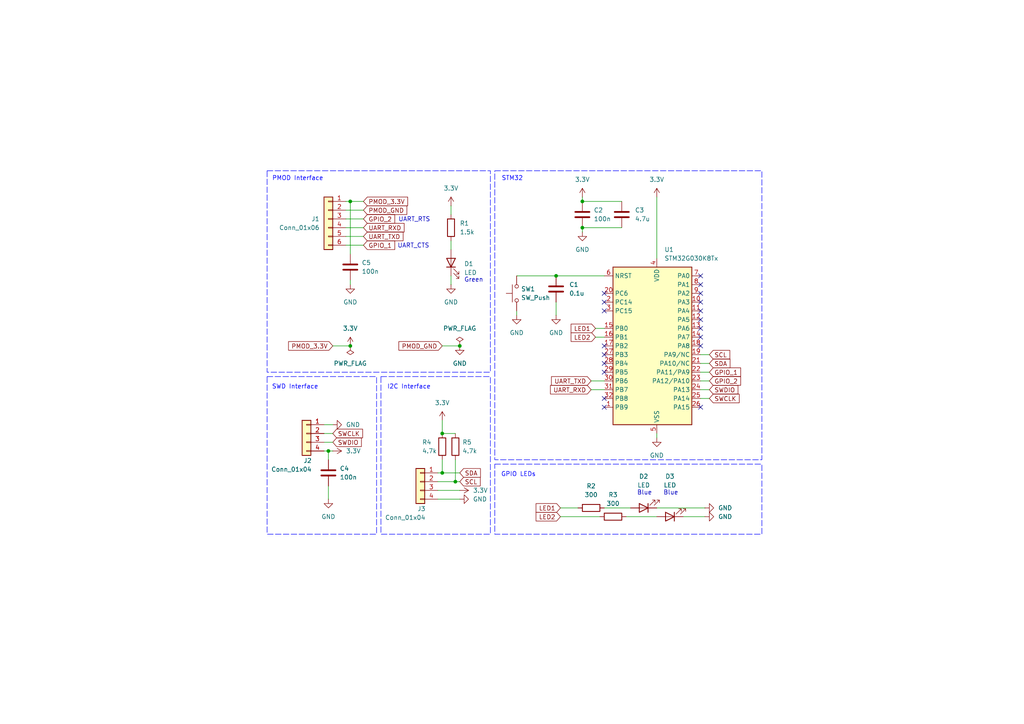
<source format=kicad_sch>
(kicad_sch
	(version 20231120)
	(generator "eeschema")
	(generator_version "8.0")
	(uuid "c8721752-5b2e-4e07-93df-add341ee6068")
	(paper "A4")
	(lib_symbols
		(symbol "Connector_Generic:Conn_01x04"
			(pin_names
				(offset 1.016) hide)
			(exclude_from_sim no)
			(in_bom yes)
			(on_board yes)
			(property "Reference" "J"
				(at 0 5.08 0)
				(effects
					(font
						(size 1.27 1.27)
					)
				)
			)
			(property "Value" "Conn_01x04"
				(at 0 -7.62 0)
				(effects
					(font
						(size 1.27 1.27)
					)
				)
			)
			(property "Footprint" ""
				(at 0 0 0)
				(effects
					(font
						(size 1.27 1.27)
					)
					(hide yes)
				)
			)
			(property "Datasheet" "~"
				(at 0 0 0)
				(effects
					(font
						(size 1.27 1.27)
					)
					(hide yes)
				)
			)
			(property "Description" "Generic connector, single row, 01x04, script generated (kicad-library-utils/schlib/autogen/connector/)"
				(at 0 0 0)
				(effects
					(font
						(size 1.27 1.27)
					)
					(hide yes)
				)
			)
			(property "ki_keywords" "connector"
				(at 0 0 0)
				(effects
					(font
						(size 1.27 1.27)
					)
					(hide yes)
				)
			)
			(property "ki_fp_filters" "Connector*:*_1x??_*"
				(at 0 0 0)
				(effects
					(font
						(size 1.27 1.27)
					)
					(hide yes)
				)
			)
			(symbol "Conn_01x04_1_1"
				(rectangle
					(start -1.27 -4.953)
					(end 0 -5.207)
					(stroke
						(width 0.1524)
						(type default)
					)
					(fill
						(type none)
					)
				)
				(rectangle
					(start -1.27 -2.413)
					(end 0 -2.667)
					(stroke
						(width 0.1524)
						(type default)
					)
					(fill
						(type none)
					)
				)
				(rectangle
					(start -1.27 0.127)
					(end 0 -0.127)
					(stroke
						(width 0.1524)
						(type default)
					)
					(fill
						(type none)
					)
				)
				(rectangle
					(start -1.27 2.667)
					(end 0 2.413)
					(stroke
						(width 0.1524)
						(type default)
					)
					(fill
						(type none)
					)
				)
				(rectangle
					(start -1.27 3.81)
					(end 1.27 -6.35)
					(stroke
						(width 0.254)
						(type default)
					)
					(fill
						(type background)
					)
				)
				(pin passive line
					(at -5.08 2.54 0)
					(length 3.81)
					(name "Pin_1"
						(effects
							(font
								(size 1.27 1.27)
							)
						)
					)
					(number "1"
						(effects
							(font
								(size 1.27 1.27)
							)
						)
					)
				)
				(pin passive line
					(at -5.08 0 0)
					(length 3.81)
					(name "Pin_2"
						(effects
							(font
								(size 1.27 1.27)
							)
						)
					)
					(number "2"
						(effects
							(font
								(size 1.27 1.27)
							)
						)
					)
				)
				(pin passive line
					(at -5.08 -2.54 0)
					(length 3.81)
					(name "Pin_3"
						(effects
							(font
								(size 1.27 1.27)
							)
						)
					)
					(number "3"
						(effects
							(font
								(size 1.27 1.27)
							)
						)
					)
				)
				(pin passive line
					(at -5.08 -5.08 0)
					(length 3.81)
					(name "Pin_4"
						(effects
							(font
								(size 1.27 1.27)
							)
						)
					)
					(number "4"
						(effects
							(font
								(size 1.27 1.27)
							)
						)
					)
				)
			)
		)
		(symbol "Connector_Generic:Conn_01x06"
			(pin_names
				(offset 1.016) hide)
			(exclude_from_sim no)
			(in_bom yes)
			(on_board yes)
			(property "Reference" "J"
				(at 0 7.62 0)
				(effects
					(font
						(size 1.27 1.27)
					)
				)
			)
			(property "Value" "Conn_01x06"
				(at 0 -10.16 0)
				(effects
					(font
						(size 1.27 1.27)
					)
				)
			)
			(property "Footprint" ""
				(at 0 0 0)
				(effects
					(font
						(size 1.27 1.27)
					)
					(hide yes)
				)
			)
			(property "Datasheet" "~"
				(at 0 0 0)
				(effects
					(font
						(size 1.27 1.27)
					)
					(hide yes)
				)
			)
			(property "Description" "Generic connector, single row, 01x06, script generated (kicad-library-utils/schlib/autogen/connector/)"
				(at 0 0 0)
				(effects
					(font
						(size 1.27 1.27)
					)
					(hide yes)
				)
			)
			(property "ki_keywords" "connector"
				(at 0 0 0)
				(effects
					(font
						(size 1.27 1.27)
					)
					(hide yes)
				)
			)
			(property "ki_fp_filters" "Connector*:*_1x??_*"
				(at 0 0 0)
				(effects
					(font
						(size 1.27 1.27)
					)
					(hide yes)
				)
			)
			(symbol "Conn_01x06_1_1"
				(rectangle
					(start -1.27 -7.493)
					(end 0 -7.747)
					(stroke
						(width 0.1524)
						(type default)
					)
					(fill
						(type none)
					)
				)
				(rectangle
					(start -1.27 -4.953)
					(end 0 -5.207)
					(stroke
						(width 0.1524)
						(type default)
					)
					(fill
						(type none)
					)
				)
				(rectangle
					(start -1.27 -2.413)
					(end 0 -2.667)
					(stroke
						(width 0.1524)
						(type default)
					)
					(fill
						(type none)
					)
				)
				(rectangle
					(start -1.27 0.127)
					(end 0 -0.127)
					(stroke
						(width 0.1524)
						(type default)
					)
					(fill
						(type none)
					)
				)
				(rectangle
					(start -1.27 2.667)
					(end 0 2.413)
					(stroke
						(width 0.1524)
						(type default)
					)
					(fill
						(type none)
					)
				)
				(rectangle
					(start -1.27 5.207)
					(end 0 4.953)
					(stroke
						(width 0.1524)
						(type default)
					)
					(fill
						(type none)
					)
				)
				(rectangle
					(start -1.27 6.35)
					(end 1.27 -8.89)
					(stroke
						(width 0.254)
						(type default)
					)
					(fill
						(type background)
					)
				)
				(pin passive line
					(at -5.08 5.08 0)
					(length 3.81)
					(name "Pin_1"
						(effects
							(font
								(size 1.27 1.27)
							)
						)
					)
					(number "1"
						(effects
							(font
								(size 1.27 1.27)
							)
						)
					)
				)
				(pin passive line
					(at -5.08 2.54 0)
					(length 3.81)
					(name "Pin_2"
						(effects
							(font
								(size 1.27 1.27)
							)
						)
					)
					(number "2"
						(effects
							(font
								(size 1.27 1.27)
							)
						)
					)
				)
				(pin passive line
					(at -5.08 0 0)
					(length 3.81)
					(name "Pin_3"
						(effects
							(font
								(size 1.27 1.27)
							)
						)
					)
					(number "3"
						(effects
							(font
								(size 1.27 1.27)
							)
						)
					)
				)
				(pin passive line
					(at -5.08 -2.54 0)
					(length 3.81)
					(name "Pin_4"
						(effects
							(font
								(size 1.27 1.27)
							)
						)
					)
					(number "4"
						(effects
							(font
								(size 1.27 1.27)
							)
						)
					)
				)
				(pin passive line
					(at -5.08 -5.08 0)
					(length 3.81)
					(name "Pin_5"
						(effects
							(font
								(size 1.27 1.27)
							)
						)
					)
					(number "5"
						(effects
							(font
								(size 1.27 1.27)
							)
						)
					)
				)
				(pin passive line
					(at -5.08 -7.62 0)
					(length 3.81)
					(name "Pin_6"
						(effects
							(font
								(size 1.27 1.27)
							)
						)
					)
					(number "6"
						(effects
							(font
								(size 1.27 1.27)
							)
						)
					)
				)
			)
		)
		(symbol "Device:C"
			(pin_numbers hide)
			(pin_names
				(offset 0.254)
			)
			(exclude_from_sim no)
			(in_bom yes)
			(on_board yes)
			(property "Reference" "C"
				(at 0.635 2.54 0)
				(effects
					(font
						(size 1.27 1.27)
					)
					(justify left)
				)
			)
			(property "Value" "C"
				(at 0.635 -2.54 0)
				(effects
					(font
						(size 1.27 1.27)
					)
					(justify left)
				)
			)
			(property "Footprint" ""
				(at 0.9652 -3.81 0)
				(effects
					(font
						(size 1.27 1.27)
					)
					(hide yes)
				)
			)
			(property "Datasheet" "~"
				(at 0 0 0)
				(effects
					(font
						(size 1.27 1.27)
					)
					(hide yes)
				)
			)
			(property "Description" "Unpolarized capacitor"
				(at 0 0 0)
				(effects
					(font
						(size 1.27 1.27)
					)
					(hide yes)
				)
			)
			(property "ki_keywords" "cap capacitor"
				(at 0 0 0)
				(effects
					(font
						(size 1.27 1.27)
					)
					(hide yes)
				)
			)
			(property "ki_fp_filters" "C_*"
				(at 0 0 0)
				(effects
					(font
						(size 1.27 1.27)
					)
					(hide yes)
				)
			)
			(symbol "C_0_1"
				(polyline
					(pts
						(xy -2.032 -0.762) (xy 2.032 -0.762)
					)
					(stroke
						(width 0.508)
						(type default)
					)
					(fill
						(type none)
					)
				)
				(polyline
					(pts
						(xy -2.032 0.762) (xy 2.032 0.762)
					)
					(stroke
						(width 0.508)
						(type default)
					)
					(fill
						(type none)
					)
				)
			)
			(symbol "C_1_1"
				(pin passive line
					(at 0 3.81 270)
					(length 2.794)
					(name "~"
						(effects
							(font
								(size 1.27 1.27)
							)
						)
					)
					(number "1"
						(effects
							(font
								(size 1.27 1.27)
							)
						)
					)
				)
				(pin passive line
					(at 0 -3.81 90)
					(length 2.794)
					(name "~"
						(effects
							(font
								(size 1.27 1.27)
							)
						)
					)
					(number "2"
						(effects
							(font
								(size 1.27 1.27)
							)
						)
					)
				)
			)
		)
		(symbol "Device:LED"
			(pin_numbers hide)
			(pin_names
				(offset 1.016) hide)
			(exclude_from_sim no)
			(in_bom yes)
			(on_board yes)
			(property "Reference" "D"
				(at 0 2.54 0)
				(effects
					(font
						(size 1.27 1.27)
					)
				)
			)
			(property "Value" "LED"
				(at 0 -2.54 0)
				(effects
					(font
						(size 1.27 1.27)
					)
				)
			)
			(property "Footprint" ""
				(at 0 0 0)
				(effects
					(font
						(size 1.27 1.27)
					)
					(hide yes)
				)
			)
			(property "Datasheet" "~"
				(at 0 0 0)
				(effects
					(font
						(size 1.27 1.27)
					)
					(hide yes)
				)
			)
			(property "Description" "Light emitting diode"
				(at 0 0 0)
				(effects
					(font
						(size 1.27 1.27)
					)
					(hide yes)
				)
			)
			(property "ki_keywords" "LED diode"
				(at 0 0 0)
				(effects
					(font
						(size 1.27 1.27)
					)
					(hide yes)
				)
			)
			(property "ki_fp_filters" "LED* LED_SMD:* LED_THT:*"
				(at 0 0 0)
				(effects
					(font
						(size 1.27 1.27)
					)
					(hide yes)
				)
			)
			(symbol "LED_0_1"
				(polyline
					(pts
						(xy -1.27 -1.27) (xy -1.27 1.27)
					)
					(stroke
						(width 0.254)
						(type default)
					)
					(fill
						(type none)
					)
				)
				(polyline
					(pts
						(xy -1.27 0) (xy 1.27 0)
					)
					(stroke
						(width 0)
						(type default)
					)
					(fill
						(type none)
					)
				)
				(polyline
					(pts
						(xy 1.27 -1.27) (xy 1.27 1.27) (xy -1.27 0) (xy 1.27 -1.27)
					)
					(stroke
						(width 0.254)
						(type default)
					)
					(fill
						(type none)
					)
				)
				(polyline
					(pts
						(xy -3.048 -0.762) (xy -4.572 -2.286) (xy -3.81 -2.286) (xy -4.572 -2.286) (xy -4.572 -1.524)
					)
					(stroke
						(width 0)
						(type default)
					)
					(fill
						(type none)
					)
				)
				(polyline
					(pts
						(xy -1.778 -0.762) (xy -3.302 -2.286) (xy -2.54 -2.286) (xy -3.302 -2.286) (xy -3.302 -1.524)
					)
					(stroke
						(width 0)
						(type default)
					)
					(fill
						(type none)
					)
				)
			)
			(symbol "LED_1_1"
				(pin passive line
					(at -3.81 0 0)
					(length 2.54)
					(name "K"
						(effects
							(font
								(size 1.27 1.27)
							)
						)
					)
					(number "1"
						(effects
							(font
								(size 1.27 1.27)
							)
						)
					)
				)
				(pin passive line
					(at 3.81 0 180)
					(length 2.54)
					(name "A"
						(effects
							(font
								(size 1.27 1.27)
							)
						)
					)
					(number "2"
						(effects
							(font
								(size 1.27 1.27)
							)
						)
					)
				)
			)
		)
		(symbol "Device:R"
			(pin_numbers hide)
			(pin_names
				(offset 0)
			)
			(exclude_from_sim no)
			(in_bom yes)
			(on_board yes)
			(property "Reference" "R"
				(at 2.032 0 90)
				(effects
					(font
						(size 1.27 1.27)
					)
				)
			)
			(property "Value" "R"
				(at 0 0 90)
				(effects
					(font
						(size 1.27 1.27)
					)
				)
			)
			(property "Footprint" ""
				(at -1.778 0 90)
				(effects
					(font
						(size 1.27 1.27)
					)
					(hide yes)
				)
			)
			(property "Datasheet" "~"
				(at 0 0 0)
				(effects
					(font
						(size 1.27 1.27)
					)
					(hide yes)
				)
			)
			(property "Description" "Resistor"
				(at 0 0 0)
				(effects
					(font
						(size 1.27 1.27)
					)
					(hide yes)
				)
			)
			(property "ki_keywords" "R res resistor"
				(at 0 0 0)
				(effects
					(font
						(size 1.27 1.27)
					)
					(hide yes)
				)
			)
			(property "ki_fp_filters" "R_*"
				(at 0 0 0)
				(effects
					(font
						(size 1.27 1.27)
					)
					(hide yes)
				)
			)
			(symbol "R_0_1"
				(rectangle
					(start -1.016 -2.54)
					(end 1.016 2.54)
					(stroke
						(width 0.254)
						(type default)
					)
					(fill
						(type none)
					)
				)
			)
			(symbol "R_1_1"
				(pin passive line
					(at 0 3.81 270)
					(length 1.27)
					(name "~"
						(effects
							(font
								(size 1.27 1.27)
							)
						)
					)
					(number "1"
						(effects
							(font
								(size 1.27 1.27)
							)
						)
					)
				)
				(pin passive line
					(at 0 -3.81 90)
					(length 1.27)
					(name "~"
						(effects
							(font
								(size 1.27 1.27)
							)
						)
					)
					(number "2"
						(effects
							(font
								(size 1.27 1.27)
							)
						)
					)
				)
			)
		)
		(symbol "MCU_ST_STM32G0:STM32G030K8Tx"
			(exclude_from_sim no)
			(in_bom yes)
			(on_board yes)
			(property "Reference" "U"
				(at -10.16 24.13 0)
				(effects
					(font
						(size 1.27 1.27)
					)
					(justify left)
				)
			)
			(property "Value" "STM32G030K8Tx"
				(at 5.08 24.13 0)
				(effects
					(font
						(size 1.27 1.27)
					)
					(justify left)
				)
			)
			(property "Footprint" "Package_QFP:LQFP-32_7x7mm_P0.8mm"
				(at -10.16 -22.86 0)
				(effects
					(font
						(size 1.27 1.27)
					)
					(justify right)
					(hide yes)
				)
			)
			(property "Datasheet" "https://www.st.com/resource/en/datasheet/stm32g030k8.pdf"
				(at 0 0 0)
				(effects
					(font
						(size 1.27 1.27)
					)
					(hide yes)
				)
			)
			(property "Description" "STMicroelectronics Arm Cortex-M0+ MCU, 64KB flash, 8KB RAM, 64 MHz, 2.0-3.6V, 29 GPIO, LQFP32"
				(at 0 0 0)
				(effects
					(font
						(size 1.27 1.27)
					)
					(hide yes)
				)
			)
			(property "ki_locked" ""
				(at 0 0 0)
				(effects
					(font
						(size 1.27 1.27)
					)
				)
			)
			(property "ki_keywords" "Arm Cortex-M0+ STM32G0 STM32G0x0 Value line"
				(at 0 0 0)
				(effects
					(font
						(size 1.27 1.27)
					)
					(hide yes)
				)
			)
			(property "ki_fp_filters" "LQFP*7x7mm*P0.8mm*"
				(at 0 0 0)
				(effects
					(font
						(size 1.27 1.27)
					)
					(hide yes)
				)
			)
			(symbol "STM32G030K8Tx_0_1"
				(rectangle
					(start -10.16 -22.86)
					(end 12.7 22.86)
					(stroke
						(width 0.254)
						(type default)
					)
					(fill
						(type background)
					)
				)
			)
			(symbol "STM32G030K8Tx_1_1"
				(pin bidirectional line
					(at -12.7 -17.78 0)
					(length 2.54)
					(name "PB9"
						(effects
							(font
								(size 1.27 1.27)
							)
						)
					)
					(number "1"
						(effects
							(font
								(size 1.27 1.27)
							)
						)
					)
					(alternate "I2C1_SDA" bidirectional line)
					(alternate "IR_OUT" bidirectional line)
					(alternate "SPI2_NSS" bidirectional line)
					(alternate "TIM17_CH1" bidirectional line)
				)
				(pin bidirectional line
					(at 15.24 12.7 180)
					(length 2.54)
					(name "PA3"
						(effects
							(font
								(size 1.27 1.27)
							)
						)
					)
					(number "10"
						(effects
							(font
								(size 1.27 1.27)
							)
						)
					)
					(alternate "ADC1_IN3" bidirectional line)
					(alternate "SPI2_MISO" bidirectional line)
					(alternate "USART2_RX" bidirectional line)
				)
				(pin bidirectional line
					(at 15.24 10.16 180)
					(length 2.54)
					(name "PA4"
						(effects
							(font
								(size 1.27 1.27)
							)
						)
					)
					(number "11"
						(effects
							(font
								(size 1.27 1.27)
							)
						)
					)
					(alternate "ADC1_IN4" bidirectional line)
					(alternate "I2S1_WS" bidirectional line)
					(alternate "RTC_OUT_ALARM" bidirectional line)
					(alternate "RTC_OUT_CALIB" bidirectional line)
					(alternate "RTC_TAMP_IN1" bidirectional line)
					(alternate "RTC_TS" bidirectional line)
					(alternate "SPI1_NSS" bidirectional line)
					(alternate "SPI2_MOSI" bidirectional line)
					(alternate "SYS_WKUP2" bidirectional line)
					(alternate "TIM14_CH1" bidirectional line)
				)
				(pin bidirectional line
					(at 15.24 7.62 180)
					(length 2.54)
					(name "PA5"
						(effects
							(font
								(size 1.27 1.27)
							)
						)
					)
					(number "12"
						(effects
							(font
								(size 1.27 1.27)
							)
						)
					)
					(alternate "ADC1_IN5" bidirectional line)
					(alternate "I2S1_CK" bidirectional line)
					(alternate "SPI1_SCK" bidirectional line)
				)
				(pin bidirectional line
					(at 15.24 5.08 180)
					(length 2.54)
					(name "PA6"
						(effects
							(font
								(size 1.27 1.27)
							)
						)
					)
					(number "13"
						(effects
							(font
								(size 1.27 1.27)
							)
						)
					)
					(alternate "ADC1_IN6" bidirectional line)
					(alternate "I2S1_MCK" bidirectional line)
					(alternate "SPI1_MISO" bidirectional line)
					(alternate "TIM16_CH1" bidirectional line)
					(alternate "TIM1_BK" bidirectional line)
					(alternate "TIM3_CH1" bidirectional line)
				)
				(pin bidirectional line
					(at 15.24 2.54 180)
					(length 2.54)
					(name "PA7"
						(effects
							(font
								(size 1.27 1.27)
							)
						)
					)
					(number "14"
						(effects
							(font
								(size 1.27 1.27)
							)
						)
					)
					(alternate "ADC1_IN7" bidirectional line)
					(alternate "I2S1_SD" bidirectional line)
					(alternate "SPI1_MOSI" bidirectional line)
					(alternate "TIM14_CH1" bidirectional line)
					(alternate "TIM17_CH1" bidirectional line)
					(alternate "TIM1_CH1N" bidirectional line)
					(alternate "TIM3_CH2" bidirectional line)
				)
				(pin bidirectional line
					(at -12.7 5.08 0)
					(length 2.54)
					(name "PB0"
						(effects
							(font
								(size 1.27 1.27)
							)
						)
					)
					(number "15"
						(effects
							(font
								(size 1.27 1.27)
							)
						)
					)
					(alternate "ADC1_IN8" bidirectional line)
					(alternate "I2S1_WS" bidirectional line)
					(alternate "SPI1_NSS" bidirectional line)
					(alternate "TIM1_CH2N" bidirectional line)
					(alternate "TIM3_CH3" bidirectional line)
				)
				(pin bidirectional line
					(at -12.7 2.54 0)
					(length 2.54)
					(name "PB1"
						(effects
							(font
								(size 1.27 1.27)
							)
						)
					)
					(number "16"
						(effects
							(font
								(size 1.27 1.27)
							)
						)
					)
					(alternate "ADC1_IN9" bidirectional line)
					(alternate "TIM14_CH1" bidirectional line)
					(alternate "TIM1_CH3N" bidirectional line)
					(alternate "TIM3_CH4" bidirectional line)
				)
				(pin bidirectional line
					(at -12.7 0 0)
					(length 2.54)
					(name "PB2"
						(effects
							(font
								(size 1.27 1.27)
							)
						)
					)
					(number "17"
						(effects
							(font
								(size 1.27 1.27)
							)
						)
					)
					(alternate "ADC1_IN10" bidirectional line)
					(alternate "SPI2_MISO" bidirectional line)
				)
				(pin bidirectional line
					(at 15.24 0 180)
					(length 2.54)
					(name "PA8"
						(effects
							(font
								(size 1.27 1.27)
							)
						)
					)
					(number "18"
						(effects
							(font
								(size 1.27 1.27)
							)
						)
					)
					(alternate "RCC_MCO" bidirectional line)
					(alternate "SPI2_NSS" bidirectional line)
					(alternate "TIM1_CH1" bidirectional line)
				)
				(pin bidirectional line
					(at 15.24 -2.54 180)
					(length 2.54)
					(name "PA9/NC"
						(effects
							(font
								(size 1.27 1.27)
							)
						)
					)
					(number "19"
						(effects
							(font
								(size 1.27 1.27)
							)
						)
					)
					(alternate "I2C1_SCL" bidirectional line)
					(alternate "RCC_MCO" bidirectional line)
					(alternate "SPI2_MISO" bidirectional line)
					(alternate "TIM1_CH2" bidirectional line)
					(alternate "USART1_TX" bidirectional line)
				)
				(pin bidirectional line
					(at -12.7 12.7 0)
					(length 2.54)
					(name "PC14"
						(effects
							(font
								(size 1.27 1.27)
							)
						)
					)
					(number "2"
						(effects
							(font
								(size 1.27 1.27)
							)
						)
					)
					(alternate "RCC_OSC32_IN" bidirectional line)
					(alternate "RCC_OSC_IN" bidirectional line)
					(alternate "TIM1_BK2" bidirectional line)
				)
				(pin bidirectional line
					(at -12.7 15.24 0)
					(length 2.54)
					(name "PC6"
						(effects
							(font
								(size 1.27 1.27)
							)
						)
					)
					(number "20"
						(effects
							(font
								(size 1.27 1.27)
							)
						)
					)
					(alternate "TIM3_CH1" bidirectional line)
				)
				(pin bidirectional line
					(at 15.24 -5.08 180)
					(length 2.54)
					(name "PA10/NC"
						(effects
							(font
								(size 1.27 1.27)
							)
						)
					)
					(number "21"
						(effects
							(font
								(size 1.27 1.27)
							)
						)
					)
					(alternate "I2C1_SDA" bidirectional line)
					(alternate "SPI2_MOSI" bidirectional line)
					(alternate "TIM17_BK" bidirectional line)
					(alternate "TIM1_CH3" bidirectional line)
					(alternate "USART1_RX" bidirectional line)
				)
				(pin bidirectional line
					(at 15.24 -7.62 180)
					(length 2.54)
					(name "PA11/PA9"
						(effects
							(font
								(size 1.27 1.27)
							)
						)
					)
					(number "22"
						(effects
							(font
								(size 1.27 1.27)
							)
						)
					)
					(alternate "ADC1_EXTI11" bidirectional line)
					(alternate "ADC1_IN15" bidirectional line)
					(alternate "I2C2_SCL" bidirectional line)
					(alternate "I2S1_MCK" bidirectional line)
					(alternate "SPI1_MISO" bidirectional line)
					(alternate "TIM1_BK2" bidirectional line)
					(alternate "TIM1_CH4" bidirectional line)
					(alternate "USART1_CTS" bidirectional line)
					(alternate "USART1_NSS" bidirectional line)
				)
				(pin bidirectional line
					(at 15.24 -10.16 180)
					(length 2.54)
					(name "PA12/PA10"
						(effects
							(font
								(size 1.27 1.27)
							)
						)
					)
					(number "23"
						(effects
							(font
								(size 1.27 1.27)
							)
						)
					)
					(alternate "ADC1_IN16" bidirectional line)
					(alternate "I2C2_SDA" bidirectional line)
					(alternate "I2S1_SD" bidirectional line)
					(alternate "I2S_CKIN" bidirectional line)
					(alternate "SPI1_MOSI" bidirectional line)
					(alternate "TIM1_ETR" bidirectional line)
					(alternate "USART1_CK" bidirectional line)
					(alternate "USART1_DE" bidirectional line)
					(alternate "USART1_RTS" bidirectional line)
				)
				(pin bidirectional line
					(at 15.24 -12.7 180)
					(length 2.54)
					(name "PA13"
						(effects
							(font
								(size 1.27 1.27)
							)
						)
					)
					(number "24"
						(effects
							(font
								(size 1.27 1.27)
							)
						)
					)
					(alternate "ADC1_IN17" bidirectional line)
					(alternate "IR_OUT" bidirectional line)
					(alternate "SYS_SWDIO" bidirectional line)
				)
				(pin bidirectional line
					(at 15.24 -15.24 180)
					(length 2.54)
					(name "PA14"
						(effects
							(font
								(size 1.27 1.27)
							)
						)
					)
					(number "25"
						(effects
							(font
								(size 1.27 1.27)
							)
						)
					)
					(alternate "ADC1_IN18" bidirectional line)
					(alternate "SYS_SWCLK" bidirectional line)
					(alternate "USART2_TX" bidirectional line)
				)
				(pin bidirectional line
					(at 15.24 -17.78 180)
					(length 2.54)
					(name "PA15"
						(effects
							(font
								(size 1.27 1.27)
							)
						)
					)
					(number "26"
						(effects
							(font
								(size 1.27 1.27)
							)
						)
					)
					(alternate "I2S1_WS" bidirectional line)
					(alternate "SPI1_NSS" bidirectional line)
					(alternate "USART2_RX" bidirectional line)
				)
				(pin bidirectional line
					(at -12.7 -2.54 0)
					(length 2.54)
					(name "PB3"
						(effects
							(font
								(size 1.27 1.27)
							)
						)
					)
					(number "27"
						(effects
							(font
								(size 1.27 1.27)
							)
						)
					)
					(alternate "I2S1_CK" bidirectional line)
					(alternate "SPI1_SCK" bidirectional line)
					(alternate "TIM1_CH2" bidirectional line)
					(alternate "USART1_CK" bidirectional line)
					(alternate "USART1_DE" bidirectional line)
					(alternate "USART1_RTS" bidirectional line)
				)
				(pin bidirectional line
					(at -12.7 -5.08 0)
					(length 2.54)
					(name "PB4"
						(effects
							(font
								(size 1.27 1.27)
							)
						)
					)
					(number "28"
						(effects
							(font
								(size 1.27 1.27)
							)
						)
					)
					(alternate "I2S1_MCK" bidirectional line)
					(alternate "SPI1_MISO" bidirectional line)
					(alternate "TIM17_BK" bidirectional line)
					(alternate "TIM3_CH1" bidirectional line)
					(alternate "USART1_CTS" bidirectional line)
					(alternate "USART1_NSS" bidirectional line)
				)
				(pin bidirectional line
					(at -12.7 -7.62 0)
					(length 2.54)
					(name "PB5"
						(effects
							(font
								(size 1.27 1.27)
							)
						)
					)
					(number "29"
						(effects
							(font
								(size 1.27 1.27)
							)
						)
					)
					(alternate "I2C1_SMBA" bidirectional line)
					(alternate "I2S1_SD" bidirectional line)
					(alternate "SPI1_MOSI" bidirectional line)
					(alternate "SYS_WKUP6" bidirectional line)
					(alternate "TIM16_BK" bidirectional line)
					(alternate "TIM3_CH2" bidirectional line)
				)
				(pin bidirectional line
					(at -12.7 10.16 0)
					(length 2.54)
					(name "PC15"
						(effects
							(font
								(size 1.27 1.27)
							)
						)
					)
					(number "3"
						(effects
							(font
								(size 1.27 1.27)
							)
						)
					)
					(alternate "RCC_OSC32_EN" bidirectional line)
					(alternate "RCC_OSC32_OUT" bidirectional line)
					(alternate "RCC_OSC_EN" bidirectional line)
				)
				(pin bidirectional line
					(at -12.7 -10.16 0)
					(length 2.54)
					(name "PB6"
						(effects
							(font
								(size 1.27 1.27)
							)
						)
					)
					(number "30"
						(effects
							(font
								(size 1.27 1.27)
							)
						)
					)
					(alternate "I2C1_SCL" bidirectional line)
					(alternate "SPI2_MISO" bidirectional line)
					(alternate "TIM16_CH1N" bidirectional line)
					(alternate "TIM1_CH3" bidirectional line)
					(alternate "USART1_TX" bidirectional line)
				)
				(pin bidirectional line
					(at -12.7 -12.7 0)
					(length 2.54)
					(name "PB7"
						(effects
							(font
								(size 1.27 1.27)
							)
						)
					)
					(number "31"
						(effects
							(font
								(size 1.27 1.27)
							)
						)
					)
					(alternate "ADC1_IN11" bidirectional line)
					(alternate "I2C1_SDA" bidirectional line)
					(alternate "SPI2_MOSI" bidirectional line)
					(alternate "SYS_PVD_IN" bidirectional line)
					(alternate "TIM17_CH1N" bidirectional line)
					(alternate "USART1_RX" bidirectional line)
				)
				(pin bidirectional line
					(at -12.7 -15.24 0)
					(length 2.54)
					(name "PB8"
						(effects
							(font
								(size 1.27 1.27)
							)
						)
					)
					(number "32"
						(effects
							(font
								(size 1.27 1.27)
							)
						)
					)
					(alternate "I2C1_SCL" bidirectional line)
					(alternate "SPI2_SCK" bidirectional line)
					(alternate "TIM16_CH1" bidirectional line)
				)
				(pin power_in line
					(at 2.54 25.4 270)
					(length 2.54)
					(name "VDD"
						(effects
							(font
								(size 1.27 1.27)
							)
						)
					)
					(number "4"
						(effects
							(font
								(size 1.27 1.27)
							)
						)
					)
				)
				(pin power_in line
					(at 2.54 -25.4 90)
					(length 2.54)
					(name "VSS"
						(effects
							(font
								(size 1.27 1.27)
							)
						)
					)
					(number "5"
						(effects
							(font
								(size 1.27 1.27)
							)
						)
					)
				)
				(pin input line
					(at -12.7 20.32 0)
					(length 2.54)
					(name "NRST"
						(effects
							(font
								(size 1.27 1.27)
							)
						)
					)
					(number "6"
						(effects
							(font
								(size 1.27 1.27)
							)
						)
					)
				)
				(pin bidirectional line
					(at 15.24 20.32 180)
					(length 2.54)
					(name "PA0"
						(effects
							(font
								(size 1.27 1.27)
							)
						)
					)
					(number "7"
						(effects
							(font
								(size 1.27 1.27)
							)
						)
					)
					(alternate "ADC1_IN0" bidirectional line)
					(alternate "RTC_TAMP_IN2" bidirectional line)
					(alternate "SPI2_SCK" bidirectional line)
					(alternate "SYS_WKUP1" bidirectional line)
					(alternate "USART2_CTS" bidirectional line)
					(alternate "USART2_NSS" bidirectional line)
				)
				(pin bidirectional line
					(at 15.24 17.78 180)
					(length 2.54)
					(name "PA1"
						(effects
							(font
								(size 1.27 1.27)
							)
						)
					)
					(number "8"
						(effects
							(font
								(size 1.27 1.27)
							)
						)
					)
					(alternate "ADC1_IN1" bidirectional line)
					(alternate "I2C1_SMBA" bidirectional line)
					(alternate "I2S1_CK" bidirectional line)
					(alternate "SPI1_SCK" bidirectional line)
					(alternate "USART2_CK" bidirectional line)
					(alternate "USART2_DE" bidirectional line)
					(alternate "USART2_RTS" bidirectional line)
				)
				(pin bidirectional line
					(at 15.24 15.24 180)
					(length 2.54)
					(name "PA2"
						(effects
							(font
								(size 1.27 1.27)
							)
						)
					)
					(number "9"
						(effects
							(font
								(size 1.27 1.27)
							)
						)
					)
					(alternate "ADC1_IN2" bidirectional line)
					(alternate "I2S1_SD" bidirectional line)
					(alternate "RCC_LSCO" bidirectional line)
					(alternate "SPI1_MOSI" bidirectional line)
					(alternate "SYS_WKUP4" bidirectional line)
					(alternate "USART2_TX" bidirectional line)
				)
			)
		)
		(symbol "Switch:SW_Push"
			(pin_numbers hide)
			(pin_names
				(offset 1.016) hide)
			(exclude_from_sim no)
			(in_bom yes)
			(on_board yes)
			(property "Reference" "SW"
				(at 1.27 2.54 0)
				(effects
					(font
						(size 1.27 1.27)
					)
					(justify left)
				)
			)
			(property "Value" "SW_Push"
				(at 0 -1.524 0)
				(effects
					(font
						(size 1.27 1.27)
					)
				)
			)
			(property "Footprint" ""
				(at 0 5.08 0)
				(effects
					(font
						(size 1.27 1.27)
					)
					(hide yes)
				)
			)
			(property "Datasheet" "~"
				(at 0 5.08 0)
				(effects
					(font
						(size 1.27 1.27)
					)
					(hide yes)
				)
			)
			(property "Description" "Push button switch, generic, two pins"
				(at 0 0 0)
				(effects
					(font
						(size 1.27 1.27)
					)
					(hide yes)
				)
			)
			(property "ki_keywords" "switch normally-open pushbutton push-button"
				(at 0 0 0)
				(effects
					(font
						(size 1.27 1.27)
					)
					(hide yes)
				)
			)
			(symbol "SW_Push_0_1"
				(circle
					(center -2.032 0)
					(radius 0.508)
					(stroke
						(width 0)
						(type default)
					)
					(fill
						(type none)
					)
				)
				(polyline
					(pts
						(xy 0 1.27) (xy 0 3.048)
					)
					(stroke
						(width 0)
						(type default)
					)
					(fill
						(type none)
					)
				)
				(polyline
					(pts
						(xy 2.54 1.27) (xy -2.54 1.27)
					)
					(stroke
						(width 0)
						(type default)
					)
					(fill
						(type none)
					)
				)
				(circle
					(center 2.032 0)
					(radius 0.508)
					(stroke
						(width 0)
						(type default)
					)
					(fill
						(type none)
					)
				)
				(pin passive line
					(at -5.08 0 0)
					(length 2.54)
					(name "1"
						(effects
							(font
								(size 1.27 1.27)
							)
						)
					)
					(number "1"
						(effects
							(font
								(size 1.27 1.27)
							)
						)
					)
				)
				(pin passive line
					(at 5.08 0 180)
					(length 2.54)
					(name "2"
						(effects
							(font
								(size 1.27 1.27)
							)
						)
					)
					(number "2"
						(effects
							(font
								(size 1.27 1.27)
							)
						)
					)
				)
			)
		)
		(symbol "power:GND"
			(power)
			(pin_numbers hide)
			(pin_names
				(offset 0) hide)
			(exclude_from_sim no)
			(in_bom yes)
			(on_board yes)
			(property "Reference" "#PWR"
				(at 0 -6.35 0)
				(effects
					(font
						(size 1.27 1.27)
					)
					(hide yes)
				)
			)
			(property "Value" "GND"
				(at 0 -3.81 0)
				(effects
					(font
						(size 1.27 1.27)
					)
				)
			)
			(property "Footprint" ""
				(at 0 0 0)
				(effects
					(font
						(size 1.27 1.27)
					)
					(hide yes)
				)
			)
			(property "Datasheet" ""
				(at 0 0 0)
				(effects
					(font
						(size 1.27 1.27)
					)
					(hide yes)
				)
			)
			(property "Description" "Power symbol creates a global label with name \"GND\" , ground"
				(at 0 0 0)
				(effects
					(font
						(size 1.27 1.27)
					)
					(hide yes)
				)
			)
			(property "ki_keywords" "global power"
				(at 0 0 0)
				(effects
					(font
						(size 1.27 1.27)
					)
					(hide yes)
				)
			)
			(symbol "GND_0_1"
				(polyline
					(pts
						(xy 0 0) (xy 0 -1.27) (xy 1.27 -1.27) (xy 0 -2.54) (xy -1.27 -1.27) (xy 0 -1.27)
					)
					(stroke
						(width 0)
						(type default)
					)
					(fill
						(type none)
					)
				)
			)
			(symbol "GND_1_1"
				(pin power_in line
					(at 0 0 270)
					(length 0)
					(name "~"
						(effects
							(font
								(size 1.27 1.27)
							)
						)
					)
					(number "1"
						(effects
							(font
								(size 1.27 1.27)
							)
						)
					)
				)
			)
		)
		(symbol "power:PWR_FLAG"
			(power)
			(pin_numbers hide)
			(pin_names
				(offset 0) hide)
			(exclude_from_sim no)
			(in_bom yes)
			(on_board yes)
			(property "Reference" "#FLG"
				(at 0 1.905 0)
				(effects
					(font
						(size 1.27 1.27)
					)
					(hide yes)
				)
			)
			(property "Value" "PWR_FLAG"
				(at 0 3.81 0)
				(effects
					(font
						(size 1.27 1.27)
					)
				)
			)
			(property "Footprint" ""
				(at 0 0 0)
				(effects
					(font
						(size 1.27 1.27)
					)
					(hide yes)
				)
			)
			(property "Datasheet" "~"
				(at 0 0 0)
				(effects
					(font
						(size 1.27 1.27)
					)
					(hide yes)
				)
			)
			(property "Description" "Special symbol for telling ERC where power comes from"
				(at 0 0 0)
				(effects
					(font
						(size 1.27 1.27)
					)
					(hide yes)
				)
			)
			(property "ki_keywords" "flag power"
				(at 0 0 0)
				(effects
					(font
						(size 1.27 1.27)
					)
					(hide yes)
				)
			)
			(symbol "PWR_FLAG_0_0"
				(pin power_out line
					(at 0 0 90)
					(length 0)
					(name "~"
						(effects
							(font
								(size 1.27 1.27)
							)
						)
					)
					(number "1"
						(effects
							(font
								(size 1.27 1.27)
							)
						)
					)
				)
			)
			(symbol "PWR_FLAG_0_1"
				(polyline
					(pts
						(xy 0 0) (xy 0 1.27) (xy -1.016 1.905) (xy 0 2.54) (xy 1.016 1.905) (xy 0 1.27)
					)
					(stroke
						(width 0)
						(type default)
					)
					(fill
						(type none)
					)
				)
			)
		)
		(symbol "power:VDD"
			(power)
			(pin_numbers hide)
			(pin_names
				(offset 0) hide)
			(exclude_from_sim no)
			(in_bom yes)
			(on_board yes)
			(property "Reference" "#PWR"
				(at 0 -3.81 0)
				(effects
					(font
						(size 1.27 1.27)
					)
					(hide yes)
				)
			)
			(property "Value" "VDD"
				(at 0 3.556 0)
				(effects
					(font
						(size 1.27 1.27)
					)
				)
			)
			(property "Footprint" ""
				(at 0 0 0)
				(effects
					(font
						(size 1.27 1.27)
					)
					(hide yes)
				)
			)
			(property "Datasheet" ""
				(at 0 0 0)
				(effects
					(font
						(size 1.27 1.27)
					)
					(hide yes)
				)
			)
			(property "Description" "Power symbol creates a global label with name \"VDD\""
				(at 0 0 0)
				(effects
					(font
						(size 1.27 1.27)
					)
					(hide yes)
				)
			)
			(property "ki_keywords" "global power"
				(at 0 0 0)
				(effects
					(font
						(size 1.27 1.27)
					)
					(hide yes)
				)
			)
			(symbol "VDD_0_1"
				(polyline
					(pts
						(xy -0.762 1.27) (xy 0 2.54)
					)
					(stroke
						(width 0)
						(type default)
					)
					(fill
						(type none)
					)
				)
				(polyline
					(pts
						(xy 0 0) (xy 0 2.54)
					)
					(stroke
						(width 0)
						(type default)
					)
					(fill
						(type none)
					)
				)
				(polyline
					(pts
						(xy 0 2.54) (xy 0.762 1.27)
					)
					(stroke
						(width 0)
						(type default)
					)
					(fill
						(type none)
					)
				)
			)
			(symbol "VDD_1_1"
				(pin power_in line
					(at 0 0 90)
					(length 0)
					(name "~"
						(effects
							(font
								(size 1.27 1.27)
							)
						)
					)
					(number "1"
						(effects
							(font
								(size 1.27 1.27)
							)
						)
					)
				)
			)
		)
	)
	(junction
		(at 161.29 80.01)
		(diameter 0)
		(color 0 0 0 0)
		(uuid "13f7a474-9177-4b54-825e-7550502edd3b")
	)
	(junction
		(at 132.08 139.7)
		(diameter 0)
		(color 0 0 0 0)
		(uuid "52175274-c0be-4333-a6f9-7dde7775fab5")
	)
	(junction
		(at 168.91 58.42)
		(diameter 0)
		(color 0 0 0 0)
		(uuid "708317cf-2b90-497e-a303-b7b32bddb135")
	)
	(junction
		(at 101.6 58.42)
		(diameter 0)
		(color 0 0 0 0)
		(uuid "83e6eeb4-91d9-490a-856b-f3c408acc1ef")
	)
	(junction
		(at 133.35 100.33)
		(diameter 0)
		(color 0 0 0 0)
		(uuid "87a1e0cb-09e5-4ce0-b1eb-2f77b53896cd")
	)
	(junction
		(at 168.91 66.04)
		(diameter 0)
		(color 0 0 0 0)
		(uuid "aa4d7b0e-c727-4cc9-be36-3c78231af5c9")
	)
	(junction
		(at 101.6 100.33)
		(diameter 0)
		(color 0 0 0 0)
		(uuid "b5aa002d-bb8e-4478-b203-90fa9e276b50")
	)
	(junction
		(at 95.25 130.81)
		(diameter 0)
		(color 0 0 0 0)
		(uuid "b77d36a6-15af-413f-b9c1-0c4790b8c46a")
	)
	(junction
		(at 128.27 137.16)
		(diameter 0)
		(color 0 0 0 0)
		(uuid "d560fc01-73d5-464a-b897-1641f9505dea")
	)
	(junction
		(at 128.27 125.73)
		(diameter 0)
		(color 0 0 0 0)
		(uuid "f7b3d28e-8b9f-443a-92ef-4965d824293e")
	)
	(no_connect
		(at 203.2 100.33)
		(uuid "03fdcb1f-72e7-4918-80ae-de158fc2df61")
	)
	(no_connect
		(at 175.26 118.11)
		(uuid "22e26c21-98d6-4e80-85fe-424259b77a1d")
	)
	(no_connect
		(at 203.2 80.01)
		(uuid "24117b2d-b891-4368-b774-e57eadbf08d5")
	)
	(no_connect
		(at 203.2 92.71)
		(uuid "28a8d207-32e7-4ff8-8f55-07ef53df1077")
	)
	(no_connect
		(at 175.26 87.63)
		(uuid "31ebbb48-52c2-4002-a856-940fdcf606ab")
	)
	(no_connect
		(at 175.26 115.57)
		(uuid "33215ee8-60ef-4248-a46f-bc981cd8189c")
	)
	(no_connect
		(at 203.2 87.63)
		(uuid "519e0d9c-d347-4e4b-a8c2-0d5190f3b4ae")
	)
	(no_connect
		(at 203.2 85.09)
		(uuid "62a61298-228a-421a-8bf2-cd1366a6bfa4")
	)
	(no_connect
		(at 203.2 90.17)
		(uuid "68151375-f771-4f09-9377-26b4e43cea45")
	)
	(no_connect
		(at 175.26 100.33)
		(uuid "74ba35ab-7240-400a-8804-d2dd89122606")
	)
	(no_connect
		(at 175.26 102.87)
		(uuid "7bd7e821-3c10-46f7-a680-dba42156b057")
	)
	(no_connect
		(at 203.2 95.25)
		(uuid "a99b9a45-a52e-4f57-87d4-79d06532342d")
	)
	(no_connect
		(at 175.26 90.17)
		(uuid "b4ca4b61-5961-440c-82f7-d77057c2406d")
	)
	(no_connect
		(at 203.2 97.79)
		(uuid "c4cccdfa-f6cd-489e-90fe-1f00ad344963")
	)
	(no_connect
		(at 175.26 107.95)
		(uuid "cab8c016-af56-46f4-9cbe-c4fd1aae2181")
	)
	(no_connect
		(at 175.26 85.09)
		(uuid "d2b0e020-8f57-48b5-814f-114b9b72bb88")
	)
	(no_connect
		(at 175.26 105.41)
		(uuid "d6408fea-8f77-4299-ad5a-7f86edc67603")
	)
	(no_connect
		(at 203.2 82.55)
		(uuid "dc73d689-367b-4045-8d8c-6ee97af267a3")
	)
	(no_connect
		(at 203.2 118.11)
		(uuid "fc5f843e-5269-412f-a37a-4695b81c9111")
	)
	(wire
		(pts
			(xy 93.98 130.81) (xy 95.25 130.81)
		)
		(stroke
			(width 0)
			(type default)
		)
		(uuid "007ea317-385e-47cc-8b76-9cf0bb972c2f")
	)
	(wire
		(pts
			(xy 128.27 137.16) (xy 133.35 137.16)
		)
		(stroke
			(width 0)
			(type default)
		)
		(uuid "0b7adbaa-5f53-4f76-a78d-350913e31e52")
	)
	(wire
		(pts
			(xy 127 139.7) (xy 132.08 139.7)
		)
		(stroke
			(width 0)
			(type default)
		)
		(uuid "0bcae666-e63f-42f3-a774-54c0c4da601e")
	)
	(wire
		(pts
			(xy 203.2 115.57) (xy 205.74 115.57)
		)
		(stroke
			(width 0)
			(type default)
		)
		(uuid "126f2c5d-3cb7-4407-9858-900f8a6c2eda")
	)
	(wire
		(pts
			(xy 101.6 58.42) (xy 105.41 58.42)
		)
		(stroke
			(width 0)
			(type default)
		)
		(uuid "1f32ac99-e590-4b48-9844-bdb0d1abb493")
	)
	(wire
		(pts
			(xy 100.33 66.04) (xy 105.41 66.04)
		)
		(stroke
			(width 0)
			(type default)
		)
		(uuid "23c4ef15-d805-4255-b0ee-bb6fb052c1e8")
	)
	(wire
		(pts
			(xy 101.6 58.42) (xy 101.6 73.66)
		)
		(stroke
			(width 0)
			(type default)
		)
		(uuid "2b0b82bd-10e3-4153-95e1-1932cb5a483d")
	)
	(wire
		(pts
			(xy 100.33 58.42) (xy 101.6 58.42)
		)
		(stroke
			(width 0)
			(type default)
		)
		(uuid "2e7a7a7b-8d40-47eb-a7de-c59a9bee9bbd")
	)
	(wire
		(pts
			(xy 168.91 66.04) (xy 180.34 66.04)
		)
		(stroke
			(width 0)
			(type default)
		)
		(uuid "329a8b44-9d7b-4c39-95a6-1b93acf8770e")
	)
	(wire
		(pts
			(xy 190.5 125.73) (xy 190.5 127)
		)
		(stroke
			(width 0)
			(type default)
		)
		(uuid "39cd715f-0f35-4ff0-a6b9-4737593750c7")
	)
	(wire
		(pts
			(xy 93.98 123.19) (xy 96.52 123.19)
		)
		(stroke
			(width 0)
			(type default)
		)
		(uuid "3ab51e2a-0b28-48d5-aa41-9327288034e7")
	)
	(wire
		(pts
			(xy 203.2 107.95) (xy 205.74 107.95)
		)
		(stroke
			(width 0)
			(type default)
		)
		(uuid "466bf2ac-1348-43c4-b464-4be7a988a7eb")
	)
	(wire
		(pts
			(xy 130.81 80.01) (xy 130.81 82.55)
		)
		(stroke
			(width 0)
			(type default)
		)
		(uuid "46764e33-9c83-497b-8058-ffe77b1bf05c")
	)
	(wire
		(pts
			(xy 172.72 95.25) (xy 175.26 95.25)
		)
		(stroke
			(width 0)
			(type default)
		)
		(uuid "46a96ed1-36e8-4c59-88be-f0b38e2286d1")
	)
	(wire
		(pts
			(xy 95.25 130.81) (xy 95.25 133.35)
		)
		(stroke
			(width 0)
			(type default)
		)
		(uuid "4d7c037c-e268-4ebb-8d10-bb74eeef4265")
	)
	(wire
		(pts
			(xy 132.08 133.35) (xy 132.08 139.7)
		)
		(stroke
			(width 0)
			(type default)
		)
		(uuid "5652485e-2985-4794-90d1-9176c2fe389d")
	)
	(wire
		(pts
			(xy 162.56 149.86) (xy 173.99 149.86)
		)
		(stroke
			(width 0)
			(type default)
		)
		(uuid "5a716b69-5da5-4556-9aa7-c0c2f4d65141")
	)
	(wire
		(pts
			(xy 128.27 121.92) (xy 128.27 125.73)
		)
		(stroke
			(width 0)
			(type default)
		)
		(uuid "5af7fd30-d989-48e4-adde-4f7febd56c66")
	)
	(wire
		(pts
			(xy 127 144.78) (xy 133.35 144.78)
		)
		(stroke
			(width 0)
			(type default)
		)
		(uuid "5f984b58-9ed9-4999-8065-698484fb6e3a")
	)
	(wire
		(pts
			(xy 168.91 67.31) (xy 168.91 66.04)
		)
		(stroke
			(width 0)
			(type default)
		)
		(uuid "603ce3a9-e720-45aa-8685-5b32e3607fe5")
	)
	(wire
		(pts
			(xy 128.27 100.33) (xy 133.35 100.33)
		)
		(stroke
			(width 0)
			(type default)
		)
		(uuid "68cc789b-f8df-4b6e-af49-a411e4cde659")
	)
	(wire
		(pts
			(xy 96.52 100.33) (xy 101.6 100.33)
		)
		(stroke
			(width 0)
			(type default)
		)
		(uuid "6a35dc2c-f1cc-4726-a624-0cbb605804de")
	)
	(wire
		(pts
			(xy 128.27 125.73) (xy 132.08 125.73)
		)
		(stroke
			(width 0)
			(type default)
		)
		(uuid "6b0900c0-8c75-43ce-be88-2ef5505ead4a")
	)
	(wire
		(pts
			(xy 149.86 80.01) (xy 161.29 80.01)
		)
		(stroke
			(width 0)
			(type default)
		)
		(uuid "7059f631-02ec-4bee-80ac-5d6e78725d38")
	)
	(wire
		(pts
			(xy 181.61 149.86) (xy 190.5 149.86)
		)
		(stroke
			(width 0)
			(type default)
		)
		(uuid "75c4f988-7cce-4ee4-ba8e-9f67b6e227cc")
	)
	(wire
		(pts
			(xy 127 142.24) (xy 133.35 142.24)
		)
		(stroke
			(width 0)
			(type default)
		)
		(uuid "767294b7-d8b2-4e21-b642-d9130e4921b9")
	)
	(wire
		(pts
			(xy 203.2 113.03) (xy 205.74 113.03)
		)
		(stroke
			(width 0)
			(type default)
		)
		(uuid "79fe12e8-79da-4dfd-8d01-1c386c25ec70")
	)
	(wire
		(pts
			(xy 172.72 97.79) (xy 175.26 97.79)
		)
		(stroke
			(width 0)
			(type default)
		)
		(uuid "7d5cf65b-9f49-40ab-a2e4-a9ad080a9fbc")
	)
	(wire
		(pts
			(xy 175.26 147.32) (xy 182.88 147.32)
		)
		(stroke
			(width 0)
			(type default)
		)
		(uuid "8c21d159-136d-49cd-8a4d-d1dfc251569f")
	)
	(wire
		(pts
			(xy 203.2 110.49) (xy 205.74 110.49)
		)
		(stroke
			(width 0)
			(type default)
		)
		(uuid "8c879aa1-d76c-4c56-9077-b6a532a316c5")
	)
	(wire
		(pts
			(xy 100.33 68.58) (xy 105.41 68.58)
		)
		(stroke
			(width 0)
			(type default)
		)
		(uuid "96a6e58d-29b9-4612-b93c-bd60c7c3b2a7")
	)
	(wire
		(pts
			(xy 128.27 133.35) (xy 128.27 137.16)
		)
		(stroke
			(width 0)
			(type default)
		)
		(uuid "973c7c2a-3239-4a9e-a904-b20491c1994e")
	)
	(wire
		(pts
			(xy 101.6 81.28) (xy 101.6 82.55)
		)
		(stroke
			(width 0)
			(type default)
		)
		(uuid "995995c9-372b-4501-b7f3-ac8bf2e24b39")
	)
	(wire
		(pts
			(xy 161.29 87.63) (xy 161.29 91.44)
		)
		(stroke
			(width 0)
			(type default)
		)
		(uuid "a03604e9-f2ae-4c1b-928a-d29c20e99876")
	)
	(wire
		(pts
			(xy 127 137.16) (xy 128.27 137.16)
		)
		(stroke
			(width 0)
			(type default)
		)
		(uuid "a3e1bb3a-68e3-4c2c-b1c0-5e115997f914")
	)
	(wire
		(pts
			(xy 203.2 105.41) (xy 205.74 105.41)
		)
		(stroke
			(width 0)
			(type default)
		)
		(uuid "a6658ec9-a46d-4679-bca7-c61d489c98a4")
	)
	(wire
		(pts
			(xy 168.91 57.15) (xy 168.91 58.42)
		)
		(stroke
			(width 0)
			(type default)
		)
		(uuid "a68c4ce4-dd82-4ed1-91c1-0895ed1db29e")
	)
	(wire
		(pts
			(xy 162.56 147.32) (xy 167.64 147.32)
		)
		(stroke
			(width 0)
			(type default)
		)
		(uuid "ac36bfae-26d9-4489-b6a5-6dd04df4087d")
	)
	(wire
		(pts
			(xy 161.29 80.01) (xy 175.26 80.01)
		)
		(stroke
			(width 0)
			(type default)
		)
		(uuid "acbf0c6b-2019-4bd1-95f2-a482a9e5dcaf")
	)
	(wire
		(pts
			(xy 93.98 125.73) (xy 96.52 125.73)
		)
		(stroke
			(width 0)
			(type default)
		)
		(uuid "b218cea8-fc9e-433c-a458-34c8dc7e1199")
	)
	(wire
		(pts
			(xy 198.12 149.86) (xy 204.47 149.86)
		)
		(stroke
			(width 0)
			(type default)
		)
		(uuid "b31ae341-696b-4b7d-90aa-cbe58211761d")
	)
	(wire
		(pts
			(xy 100.33 71.12) (xy 105.41 71.12)
		)
		(stroke
			(width 0)
			(type default)
		)
		(uuid "b6085d98-a5de-4f49-a06f-8ad2c88816eb")
	)
	(wire
		(pts
			(xy 100.33 63.5) (xy 105.41 63.5)
		)
		(stroke
			(width 0)
			(type default)
		)
		(uuid "b66a62e3-a570-4712-86ba-914a070a1018")
	)
	(wire
		(pts
			(xy 203.2 102.87) (xy 205.74 102.87)
		)
		(stroke
			(width 0)
			(type default)
		)
		(uuid "bd3bfc5f-bb77-49db-9d5b-3861f8fa5df5")
	)
	(wire
		(pts
			(xy 132.08 139.7) (xy 133.35 139.7)
		)
		(stroke
			(width 0)
			(type default)
		)
		(uuid "c8982890-942c-490f-81cd-95c70018806f")
	)
	(wire
		(pts
			(xy 190.5 147.32) (xy 204.47 147.32)
		)
		(stroke
			(width 0)
			(type default)
		)
		(uuid "d067ca7f-7e79-44e8-ad56-4cc28d9e8a34")
	)
	(wire
		(pts
			(xy 149.86 90.17) (xy 149.86 91.44)
		)
		(stroke
			(width 0)
			(type default)
		)
		(uuid "d37b9f83-8b4a-4296-9bdd-6f13576e78f1")
	)
	(wire
		(pts
			(xy 130.81 59.69) (xy 130.81 62.23)
		)
		(stroke
			(width 0)
			(type default)
		)
		(uuid "d4cd0545-b638-4ce9-b197-721559fe84a6")
	)
	(wire
		(pts
			(xy 171.45 110.49) (xy 175.26 110.49)
		)
		(stroke
			(width 0)
			(type default)
		)
		(uuid "d5d2e700-c0f8-417a-8b59-411f00326080")
	)
	(wire
		(pts
			(xy 130.81 69.85) (xy 130.81 72.39)
		)
		(stroke
			(width 0)
			(type default)
		)
		(uuid "d8867d71-4ac1-44dc-b545-cf5d1f4dd9b7")
	)
	(wire
		(pts
			(xy 95.25 140.97) (xy 95.25 144.78)
		)
		(stroke
			(width 0)
			(type default)
		)
		(uuid "dff4b8e8-e0ac-42b7-9c1f-d74e0e791051")
	)
	(wire
		(pts
			(xy 95.25 130.81) (xy 96.52 130.81)
		)
		(stroke
			(width 0)
			(type default)
		)
		(uuid "e56bb0fa-8c4b-411c-b95e-7673d1812343")
	)
	(wire
		(pts
			(xy 168.91 58.42) (xy 180.34 58.42)
		)
		(stroke
			(width 0)
			(type default)
		)
		(uuid "eb6f7c84-eec5-4ff2-aa0f-73aa04d8011c")
	)
	(wire
		(pts
			(xy 190.5 57.15) (xy 190.5 74.93)
		)
		(stroke
			(width 0)
			(type default)
		)
		(uuid "ec8f0596-7bae-477c-b93e-747341ae13a3")
	)
	(wire
		(pts
			(xy 100.33 60.96) (xy 105.41 60.96)
		)
		(stroke
			(width 0)
			(type default)
		)
		(uuid "ee037d68-ed9d-4da5-adee-0d126d8f1adc")
	)
	(wire
		(pts
			(xy 93.98 128.27) (xy 96.52 128.27)
		)
		(stroke
			(width 0)
			(type default)
		)
		(uuid "f5b83e1d-3016-4484-b6a6-29df6a1c836b")
	)
	(wire
		(pts
			(xy 171.45 113.03) (xy 175.26 113.03)
		)
		(stroke
			(width 0)
			(type default)
		)
		(uuid "f9f133bd-07b1-40b0-bd3e-e7be4d750f5d")
	)
	(rectangle
		(start 143.51 49.53)
		(end 220.98 133.35)
		(stroke
			(width 0)
			(type dash)
			(color 0 0 255 1)
		)
		(fill
			(type none)
		)
		(uuid 25c9cb78-96a7-4562-8a08-cf8b628dbdf1)
	)
	(rectangle
		(start 110.49 109.22)
		(end 142.24 154.94)
		(stroke
			(width 0)
			(type dash)
			(color 0 0 255 1)
		)
		(fill
			(type none)
		)
		(uuid 2fd3ffbf-7141-4756-a0b4-62c535801d80)
	)
	(rectangle
		(start 77.47 49.53)
		(end 142.24 107.95)
		(stroke
			(width 0)
			(type dash)
			(color 0 0 255 1)
		)
		(fill
			(type none)
		)
		(uuid 868d7d04-e6a9-4dff-a58a-0bb3eb4759c2)
	)
	(rectangle
		(start 143.51 134.62)
		(end 220.98 154.94)
		(stroke
			(width 0)
			(type dash)
			(color 0 0 255 1)
		)
		(fill
			(type none)
		)
		(uuid aa6de244-cb77-40b7-ad02-d99c48c6a465)
	)
	(rectangle
		(start 77.47 109.22)
		(end 109.22 154.94)
		(stroke
			(width 0)
			(type dash)
			(color 0 0 255 1)
		)
		(fill
			(type none)
		)
		(uuid efd1c0da-e89b-4479-b3bd-031e0261d11f)
	)
	(text "GPIO LEDs"
		(exclude_from_sim no)
		(at 150.368 137.668 0)
		(effects
			(font
				(size 1.27 1.27)
				(color 0 0 255 1)
			)
		)
		(uuid "0ae74c22-b54f-4ff1-ab1a-5f7ceedf440e")
	)
	(text "UART_RTS "
		(exclude_from_sim no)
		(at 120.65 63.754 0)
		(effects
			(font
				(size 1.27 1.27)
			)
		)
		(uuid "0fbefa34-96c9-44cb-b5dd-ca939eb58ce1")
	)
	(text "PMOD Interface"
		(exclude_from_sim no)
		(at 86.36 51.816 0)
		(effects
			(font
				(size 1.27 1.27)
				(color 0 0 255 1)
			)
		)
		(uuid "449c5fea-d70d-4531-b8d5-3ea962c2d53a")
	)
	(text "Blue"
		(exclude_from_sim no)
		(at 194.564 143.002 0)
		(effects
			(font
				(size 1.27 1.27)
			)
		)
		(uuid "851aedda-4be0-4d0f-b2fa-55f85f57dee3")
	)
	(text "UART_CTS "
		(exclude_from_sim no)
		(at 120.396 71.374 0)
		(effects
			(font
				(size 1.27 1.27)
			)
		)
		(uuid "98fc77db-aee9-49eb-a647-8e31dc5cd688")
	)
	(text "STM32"
		(exclude_from_sim no)
		(at 148.59 51.816 0)
		(effects
			(font
				(size 1.27 1.27)
				(color 0 0 255 1)
			)
		)
		(uuid "a485be1f-c86c-43a5-ba8d-943e1c27b953")
	)
	(text "SWD Interface"
		(exclude_from_sim no)
		(at 85.598 112.268 0)
		(effects
			(font
				(size 1.27 1.27)
				(color 0 0 255 1)
			)
		)
		(uuid "c6ef0ee5-48ea-4e2e-8f85-f2fae423268f")
	)
	(text "Green"
		(exclude_from_sim no)
		(at 137.414 81.28 0)
		(effects
			(font
				(size 1.27 1.27)
			)
		)
		(uuid "dfab1f20-bb5c-4c81-b071-d34797b8fd3a")
	)
	(text "I2C Interface"
		(exclude_from_sim no)
		(at 118.618 112.268 0)
		(effects
			(font
				(size 1.27 1.27)
				(color 0 0 255 1)
			)
		)
		(uuid "e05efafc-e943-420f-abe1-7ce01925a622")
	)
	(text "Blue"
		(exclude_from_sim no)
		(at 186.944 143.002 0)
		(effects
			(font
				(size 1.27 1.27)
			)
		)
		(uuid "f53ae8ac-a24b-4d91-b06a-3caf91845bde")
	)
	(global_label "SCL"
		(shape input)
		(at 205.74 102.87 0)
		(fields_autoplaced yes)
		(effects
			(font
				(size 1.27 1.27)
			)
			(justify left)
		)
		(uuid "250f453e-eb2c-4712-b117-994e90fbbf7d")
		(property "Intersheetrefs" "${INTERSHEET_REFS}"
			(at 212.2328 102.87 0)
			(effects
				(font
					(size 1.27 1.27)
				)
				(justify left)
				(hide yes)
			)
		)
	)
	(global_label "LED2"
		(shape input)
		(at 172.72 97.79 180)
		(fields_autoplaced yes)
		(effects
			(font
				(size 1.27 1.27)
			)
			(justify right)
		)
		(uuid "2a877ce8-1442-4236-97a7-356e4908e070")
		(property "Intersheetrefs" "${INTERSHEET_REFS}"
			(at 165.0782 97.79 0)
			(effects
				(font
					(size 1.27 1.27)
				)
				(justify right)
				(hide yes)
			)
		)
	)
	(global_label "PMOD_3.3V"
		(shape input)
		(at 105.41 58.42 0)
		(fields_autoplaced yes)
		(effects
			(font
				(size 1.27 1.27)
			)
			(justify left)
		)
		(uuid "31998434-5106-4709-940e-d43eaa424496")
		(property "Intersheetrefs" "${INTERSHEET_REFS}"
			(at 118.7971 58.42 0)
			(effects
				(font
					(size 1.27 1.27)
				)
				(justify left)
				(hide yes)
			)
		)
	)
	(global_label "LED2"
		(shape input)
		(at 162.56 149.86 180)
		(fields_autoplaced yes)
		(effects
			(font
				(size 1.27 1.27)
			)
			(justify right)
		)
		(uuid "3260c213-fe3c-4996-96d3-4aff16c7bccc")
		(property "Intersheetrefs" "${INTERSHEET_REFS}"
			(at 154.9182 149.86 0)
			(effects
				(font
					(size 1.27 1.27)
				)
				(justify right)
				(hide yes)
			)
		)
	)
	(global_label "LED1"
		(shape input)
		(at 162.56 147.32 180)
		(fields_autoplaced yes)
		(effects
			(font
				(size 1.27 1.27)
			)
			(justify right)
		)
		(uuid "3315205b-e6d0-4e93-8431-960e5b6ad200")
		(property "Intersheetrefs" "${INTERSHEET_REFS}"
			(at 154.9182 147.32 0)
			(effects
				(font
					(size 1.27 1.27)
				)
				(justify right)
				(hide yes)
			)
		)
	)
	(global_label "LED1"
		(shape input)
		(at 172.72 95.25 180)
		(fields_autoplaced yes)
		(effects
			(font
				(size 1.27 1.27)
			)
			(justify right)
		)
		(uuid "3829c6f6-ecb8-4dff-94bb-cad3234ab17a")
		(property "Intersheetrefs" "${INTERSHEET_REFS}"
			(at 165.0782 95.25 0)
			(effects
				(font
					(size 1.27 1.27)
				)
				(justify right)
				(hide yes)
			)
		)
	)
	(global_label "SCL"
		(shape input)
		(at 133.35 139.7 0)
		(fields_autoplaced yes)
		(effects
			(font
				(size 1.27 1.27)
			)
			(justify left)
		)
		(uuid "62a454dc-ed24-4d1a-8994-240b8f279543")
		(property "Intersheetrefs" "${INTERSHEET_REFS}"
			(at 139.8428 139.7 0)
			(effects
				(font
					(size 1.27 1.27)
				)
				(justify left)
				(hide yes)
			)
		)
	)
	(global_label "SWDIO"
		(shape input)
		(at 205.74 113.03 0)
		(fields_autoplaced yes)
		(effects
			(font
				(size 1.27 1.27)
			)
			(justify left)
		)
		(uuid "70d90490-9e94-4ce5-9974-c44b7545d7c3")
		(property "Intersheetrefs" "${INTERSHEET_REFS}"
			(at 214.5914 113.03 0)
			(effects
				(font
					(size 1.27 1.27)
				)
				(justify left)
				(hide yes)
			)
		)
	)
	(global_label "PMOD_GND"
		(shape input)
		(at 105.41 60.96 0)
		(fields_autoplaced yes)
		(effects
			(font
				(size 1.27 1.27)
			)
			(justify left)
		)
		(uuid "76709c04-fe94-4320-b0c1-b3664d0b23ae")
		(property "Intersheetrefs" "${INTERSHEET_REFS}"
			(at 118.5552 60.96 0)
			(effects
				(font
					(size 1.27 1.27)
				)
				(justify left)
				(hide yes)
			)
		)
	)
	(global_label "UART_TXD"
		(shape input)
		(at 171.45 110.49 180)
		(fields_autoplaced yes)
		(effects
			(font
				(size 1.27 1.27)
			)
			(justify right)
		)
		(uuid "7de55429-c05e-4411-8d73-6d3fd81a8d1a")
		(property "Intersheetrefs" "${INTERSHEET_REFS}"
			(at 159.3934 110.49 0)
			(effects
				(font
					(size 1.27 1.27)
				)
				(justify right)
				(hide yes)
			)
		)
	)
	(global_label "SWCLK"
		(shape input)
		(at 96.52 125.73 0)
		(fields_autoplaced yes)
		(effects
			(font
				(size 1.27 1.27)
			)
			(justify left)
		)
		(uuid "829744e1-0a73-4a96-ad30-1fcf0de32c94")
		(property "Intersheetrefs" "${INTERSHEET_REFS}"
			(at 105.7342 125.73 0)
			(effects
				(font
					(size 1.27 1.27)
				)
				(justify left)
				(hide yes)
			)
		)
	)
	(global_label "SDA"
		(shape input)
		(at 205.74 105.41 0)
		(fields_autoplaced yes)
		(effects
			(font
				(size 1.27 1.27)
			)
			(justify left)
		)
		(uuid "89ff6750-1ad1-4361-878a-13a05b7b0077")
		(property "Intersheetrefs" "${INTERSHEET_REFS}"
			(at 212.2933 105.41 0)
			(effects
				(font
					(size 1.27 1.27)
				)
				(justify left)
				(hide yes)
			)
		)
	)
	(global_label "SWDIO"
		(shape input)
		(at 96.52 128.27 0)
		(fields_autoplaced yes)
		(effects
			(font
				(size 1.27 1.27)
			)
			(justify left)
		)
		(uuid "8cdd52d0-6596-4a8d-9051-2424e0e4ff5d")
		(property "Intersheetrefs" "${INTERSHEET_REFS}"
			(at 105.3714 128.27 0)
			(effects
				(font
					(size 1.27 1.27)
				)
				(justify left)
				(hide yes)
			)
		)
	)
	(global_label "UART_TXD"
		(shape input)
		(at 105.41 68.58 0)
		(fields_autoplaced yes)
		(effects
			(font
				(size 1.27 1.27)
			)
			(justify left)
		)
		(uuid "96f31e1c-2d93-4d60-8394-cf42dcd9b7fc")
		(property "Intersheetrefs" "${INTERSHEET_REFS}"
			(at 117.4666 68.58 0)
			(effects
				(font
					(size 1.27 1.27)
				)
				(justify left)
				(hide yes)
			)
		)
	)
	(global_label "UART_RXD"
		(shape input)
		(at 171.45 113.03 180)
		(fields_autoplaced yes)
		(effects
			(font
				(size 1.27 1.27)
			)
			(justify right)
		)
		(uuid "a03bb328-4cf3-4fb9-b69c-f773983da72b")
		(property "Intersheetrefs" "${INTERSHEET_REFS}"
			(at 159.091 113.03 0)
			(effects
				(font
					(size 1.27 1.27)
				)
				(justify right)
				(hide yes)
			)
		)
	)
	(global_label "SDA"
		(shape input)
		(at 133.35 137.16 0)
		(fields_autoplaced yes)
		(effects
			(font
				(size 1.27 1.27)
			)
			(justify left)
		)
		(uuid "a3bd0140-986b-4652-94f7-886bdebf3f6a")
		(property "Intersheetrefs" "${INTERSHEET_REFS}"
			(at 139.9033 137.16 0)
			(effects
				(font
					(size 1.27 1.27)
				)
				(justify left)
				(hide yes)
			)
		)
	)
	(global_label "PMOD_GND"
		(shape input)
		(at 128.27 100.33 180)
		(fields_autoplaced yes)
		(effects
			(font
				(size 1.27 1.27)
			)
			(justify right)
		)
		(uuid "c3d2b3e0-7496-4303-9d5b-f736bd84e310")
		(property "Intersheetrefs" "${INTERSHEET_REFS}"
			(at 115.1248 100.33 0)
			(effects
				(font
					(size 1.27 1.27)
				)
				(justify right)
				(hide yes)
			)
		)
	)
	(global_label "GPIO_2"
		(shape input)
		(at 105.41 63.5 0)
		(fields_autoplaced yes)
		(effects
			(font
				(size 1.27 1.27)
			)
			(justify left)
		)
		(uuid "d1f04534-c04d-4f2b-9a51-412a6572cfc5")
		(property "Intersheetrefs" "${INTERSHEET_REFS}"
			(at 115.0476 63.5 0)
			(effects
				(font
					(size 1.27 1.27)
				)
				(justify left)
				(hide yes)
			)
		)
	)
	(global_label "GPIO_2"
		(shape input)
		(at 205.74 110.49 0)
		(fields_autoplaced yes)
		(effects
			(font
				(size 1.27 1.27)
			)
			(justify left)
		)
		(uuid "d6215dc3-4cf5-4fe1-a1ba-81565ed0db73")
		(property "Intersheetrefs" "${INTERSHEET_REFS}"
			(at 215.3776 110.49 0)
			(effects
				(font
					(size 1.27 1.27)
				)
				(justify left)
				(hide yes)
			)
		)
	)
	(global_label "UART_RXD"
		(shape input)
		(at 105.41 66.04 0)
		(fields_autoplaced yes)
		(effects
			(font
				(size 1.27 1.27)
			)
			(justify left)
		)
		(uuid "ef183e47-98b1-4918-978d-cb23c1679263")
		(property "Intersheetrefs" "${INTERSHEET_REFS}"
			(at 117.769 66.04 0)
			(effects
				(font
					(size 1.27 1.27)
				)
				(justify left)
				(hide yes)
			)
		)
	)
	(global_label "SWCLK"
		(shape input)
		(at 205.74 115.57 0)
		(fields_autoplaced yes)
		(effects
			(font
				(size 1.27 1.27)
			)
			(justify left)
		)
		(uuid "ef2eef82-2c05-48fb-9479-21595676aba9")
		(property "Intersheetrefs" "${INTERSHEET_REFS}"
			(at 214.9542 115.57 0)
			(effects
				(font
					(size 1.27 1.27)
				)
				(justify left)
				(hide yes)
			)
		)
	)
	(global_label "GPIO_1"
		(shape input)
		(at 105.41 71.12 0)
		(fields_autoplaced yes)
		(effects
			(font
				(size 1.27 1.27)
			)
			(justify left)
		)
		(uuid "f6c1ccf3-d22b-4ddb-8318-dd07577b42ea")
		(property "Intersheetrefs" "${INTERSHEET_REFS}"
			(at 115.0476 71.12 0)
			(effects
				(font
					(size 1.27 1.27)
				)
				(justify left)
				(hide yes)
			)
		)
	)
	(global_label "PMOD_3.3V"
		(shape input)
		(at 96.52 100.33 180)
		(fields_autoplaced yes)
		(effects
			(font
				(size 1.27 1.27)
			)
			(justify right)
		)
		(uuid "f9e3b645-be02-452d-a3d5-cbd2e47bdfe9")
		(property "Intersheetrefs" "${INTERSHEET_REFS}"
			(at 83.1329 100.33 0)
			(effects
				(font
					(size 1.27 1.27)
				)
				(justify right)
				(hide yes)
			)
		)
	)
	(global_label "GPIO_1"
		(shape input)
		(at 205.74 107.95 0)
		(fields_autoplaced yes)
		(effects
			(font
				(size 1.27 1.27)
			)
			(justify left)
		)
		(uuid "fa9f44b6-6d61-4ca7-ac0e-e313314a8cbc")
		(property "Intersheetrefs" "${INTERSHEET_REFS}"
			(at 215.3776 107.95 0)
			(effects
				(font
					(size 1.27 1.27)
				)
				(justify left)
				(hide yes)
			)
		)
	)
	(symbol
		(lib_id "Switch:SW_Push")
		(at 149.86 85.09 90)
		(unit 1)
		(exclude_from_sim no)
		(in_bom yes)
		(on_board yes)
		(dnp no)
		(uuid "0745e2cd-c1e4-4580-8c2c-a1de731a745a")
		(property "Reference" "SW1"
			(at 151.13 83.8199 90)
			(effects
				(font
					(size 1.27 1.27)
				)
				(justify right)
			)
		)
		(property "Value" "SW_Push"
			(at 151.13 86.3599 90)
			(effects
				(font
					(size 1.27 1.27)
				)
				(justify right)
			)
		)
		(property "Footprint" "Button_Switch_SMD:SW_Tactile_SPST_NO_Straight_CK_PTS636Sx25SMTRLFS"
			(at 144.78 85.09 0)
			(effects
				(font
					(size 1.27 1.27)
				)
				(hide yes)
			)
		)
		(property "Datasheet" "~"
			(at 144.78 85.09 0)
			(effects
				(font
					(size 1.27 1.27)
				)
				(hide yes)
			)
		)
		(property "Description" "Push button switch, generic, two pins"
			(at 149.86 85.09 0)
			(effects
				(font
					(size 1.27 1.27)
				)
				(hide yes)
			)
		)
		(pin "1"
			(uuid "10c0565f-0f20-4296-89a3-3d429ba78f8f")
		)
		(pin "2"
			(uuid "b7872917-74e8-4667-9afd-5e48840e059a")
		)
		(instances
			(project "STM32_PMOD"
				(path "/c8721752-5b2e-4e07-93df-add341ee6068"
					(reference "SW1")
					(unit 1)
				)
			)
		)
	)
	(symbol
		(lib_id "power:GND")
		(at 204.47 149.86 90)
		(unit 1)
		(exclude_from_sim no)
		(in_bom yes)
		(on_board yes)
		(dnp no)
		(fields_autoplaced yes)
		(uuid "0df26024-2e54-4736-9e81-75606b4c1a85")
		(property "Reference" "#PWR012"
			(at 210.82 149.86 0)
			(effects
				(font
					(size 1.27 1.27)
				)
				(hide yes)
			)
		)
		(property "Value" "GND"
			(at 208.28 149.8599 90)
			(effects
				(font
					(size 1.27 1.27)
				)
				(justify right)
			)
		)
		(property "Footprint" ""
			(at 204.47 149.86 0)
			(effects
				(font
					(size 1.27 1.27)
				)
				(hide yes)
			)
		)
		(property "Datasheet" ""
			(at 204.47 149.86 0)
			(effects
				(font
					(size 1.27 1.27)
				)
				(hide yes)
			)
		)
		(property "Description" "Power symbol creates a global label with name \"GND\" , ground"
			(at 204.47 149.86 0)
			(effects
				(font
					(size 1.27 1.27)
				)
				(hide yes)
			)
		)
		(pin "1"
			(uuid "225de466-1eb9-4be6-9b75-2f3ad6c301d4")
		)
		(instances
			(project "STM32_PMOD"
				(path "/c8721752-5b2e-4e07-93df-add341ee6068"
					(reference "#PWR012")
					(unit 1)
				)
			)
		)
	)
	(symbol
		(lib_id "Connector_Generic:Conn_01x04")
		(at 88.9 125.73 0)
		(mirror y)
		(unit 1)
		(exclude_from_sim no)
		(in_bom yes)
		(on_board yes)
		(dnp no)
		(uuid "145652c5-ad62-4c2f-8105-ca1ce4ea11d7")
		(property "Reference" "J2"
			(at 90.424 133.604 0)
			(effects
				(font
					(size 1.27 1.27)
				)
				(justify left)
			)
		)
		(property "Value" "Conn_01x04"
			(at 90.424 136.144 0)
			(effects
				(font
					(size 1.27 1.27)
				)
				(justify left)
			)
		)
		(property "Footprint" "Connector_PinHeader_2.54mm:PinHeader_1x04_P2.54mm_Horizontal"
			(at 88.9 125.73 0)
			(effects
				(font
					(size 1.27 1.27)
				)
				(hide yes)
			)
		)
		(property "Datasheet" "~"
			(at 88.9 125.73 0)
			(effects
				(font
					(size 1.27 1.27)
				)
				(hide yes)
			)
		)
		(property "Description" "Generic connector, single row, 01x04, script generated (kicad-library-utils/schlib/autogen/connector/)"
			(at 88.9 125.73 0)
			(effects
				(font
					(size 1.27 1.27)
				)
				(hide yes)
			)
		)
		(pin "4"
			(uuid "3827b385-fd32-4b3c-9a95-257e816a5780")
		)
		(pin "2"
			(uuid "fad9b8f9-02eb-4086-8ab7-9384be3c402c")
		)
		(pin "1"
			(uuid "d291dc49-93bb-4a7f-a281-7be3db32db73")
		)
		(pin "3"
			(uuid "a2d1a474-5e2d-437f-83e7-7b819f01138d")
		)
		(instances
			(project "STM32_PMOD"
				(path "/c8721752-5b2e-4e07-93df-add341ee6068"
					(reference "J2")
					(unit 1)
				)
			)
		)
	)
	(symbol
		(lib_id "Device:C")
		(at 101.6 77.47 0)
		(unit 1)
		(exclude_from_sim no)
		(in_bom yes)
		(on_board yes)
		(dnp no)
		(uuid "1e607819-643f-4c68-8871-6d3f2f432fc3")
		(property "Reference" "C5"
			(at 104.902 76.2 0)
			(effects
				(font
					(size 1.27 1.27)
				)
				(justify left)
			)
		)
		(property "Value" "100n"
			(at 104.902 78.74 0)
			(effects
				(font
					(size 1.27 1.27)
				)
				(justify left)
			)
		)
		(property "Footprint" "Capacitor_SMD:C_0402_1005Metric"
			(at 102.5652 81.28 0)
			(effects
				(font
					(size 1.27 1.27)
				)
				(hide yes)
			)
		)
		(property "Datasheet" "~"
			(at 101.6 77.47 0)
			(effects
				(font
					(size 1.27 1.27)
				)
				(hide yes)
			)
		)
		(property "Description" "Unpolarized capacitor"
			(at 101.6 77.47 0)
			(effects
				(font
					(size 1.27 1.27)
				)
				(hide yes)
			)
		)
		(pin "1"
			(uuid "1f63ceb6-3726-4e7e-a978-4835c137fc5c")
		)
		(pin "2"
			(uuid "4fcb7d44-9c44-432b-b137-3278cfb401be")
		)
		(instances
			(project "STM32_PMOD"
				(path "/c8721752-5b2e-4e07-93df-add341ee6068"
					(reference "C5")
					(unit 1)
				)
			)
		)
	)
	(symbol
		(lib_id "Device:C")
		(at 168.91 62.23 0)
		(unit 1)
		(exclude_from_sim no)
		(in_bom yes)
		(on_board yes)
		(dnp no)
		(uuid "1e7c9043-089f-4add-84d5-5da365fa42b6")
		(property "Reference" "C2"
			(at 172.212 60.96 0)
			(effects
				(font
					(size 1.27 1.27)
				)
				(justify left)
			)
		)
		(property "Value" "100n"
			(at 172.212 63.5 0)
			(effects
				(font
					(size 1.27 1.27)
				)
				(justify left)
			)
		)
		(property "Footprint" "Capacitor_SMD:C_0402_1005Metric"
			(at 169.8752 66.04 0)
			(effects
				(font
					(size 1.27 1.27)
				)
				(hide yes)
			)
		)
		(property "Datasheet" "~"
			(at 168.91 62.23 0)
			(effects
				(font
					(size 1.27 1.27)
				)
				(hide yes)
			)
		)
		(property "Description" "Unpolarized capacitor"
			(at 168.91 62.23 0)
			(effects
				(font
					(size 1.27 1.27)
				)
				(hide yes)
			)
		)
		(pin "1"
			(uuid "061896cd-5f51-427b-b71f-00063f8898a9")
		)
		(pin "2"
			(uuid "3722ff10-138c-4ce2-b29a-5e587fff4501")
		)
		(instances
			(project "STM32_PMOD"
				(path "/c8721752-5b2e-4e07-93df-add341ee6068"
					(reference "C2")
					(unit 1)
				)
			)
		)
	)
	(symbol
		(lib_id "power:GND")
		(at 101.6 82.55 0)
		(unit 1)
		(exclude_from_sim no)
		(in_bom yes)
		(on_board yes)
		(dnp no)
		(fields_autoplaced yes)
		(uuid "1f3380f7-160d-4648-9f58-6b57b8e28a6f")
		(property "Reference" "#PWR019"
			(at 101.6 88.9 0)
			(effects
				(font
					(size 1.27 1.27)
				)
				(hide yes)
			)
		)
		(property "Value" "GND"
			(at 101.6 87.63 0)
			(effects
				(font
					(size 1.27 1.27)
				)
			)
		)
		(property "Footprint" ""
			(at 101.6 82.55 0)
			(effects
				(font
					(size 1.27 1.27)
				)
				(hide yes)
			)
		)
		(property "Datasheet" ""
			(at 101.6 82.55 0)
			(effects
				(font
					(size 1.27 1.27)
				)
				(hide yes)
			)
		)
		(property "Description" "Power symbol creates a global label with name \"GND\" , ground"
			(at 101.6 82.55 0)
			(effects
				(font
					(size 1.27 1.27)
				)
				(hide yes)
			)
		)
		(pin "1"
			(uuid "76d7df07-7d28-4f4f-86f6-127b1a0eeb52")
		)
		(instances
			(project "STM32_PMOD"
				(path "/c8721752-5b2e-4e07-93df-add341ee6068"
					(reference "#PWR019")
					(unit 1)
				)
			)
		)
	)
	(symbol
		(lib_id "power:PWR_FLAG")
		(at 133.35 100.33 0)
		(unit 1)
		(exclude_from_sim no)
		(in_bom yes)
		(on_board yes)
		(dnp no)
		(fields_autoplaced yes)
		(uuid "2a9ecbb0-6862-46ce-954b-4941434eeb6a")
		(property "Reference" "#FLG01"
			(at 133.35 98.425 0)
			(effects
				(font
					(size 1.27 1.27)
				)
				(hide yes)
			)
		)
		(property "Value" "PWR_FLAG"
			(at 133.35 95.25 0)
			(effects
				(font
					(size 1.27 1.27)
				)
			)
		)
		(property "Footprint" ""
			(at 133.35 100.33 0)
			(effects
				(font
					(size 1.27 1.27)
				)
				(hide yes)
			)
		)
		(property "Datasheet" "~"
			(at 133.35 100.33 0)
			(effects
				(font
					(size 1.27 1.27)
				)
				(hide yes)
			)
		)
		(property "Description" "Special symbol for telling ERC where power comes from"
			(at 133.35 100.33 0)
			(effects
				(font
					(size 1.27 1.27)
				)
				(hide yes)
			)
		)
		(pin "1"
			(uuid "492b7af2-cf1e-4c5e-b89c-2d9a1b85650c")
		)
		(instances
			(project "STM32_PMOD"
				(path "/c8721752-5b2e-4e07-93df-add341ee6068"
					(reference "#FLG01")
					(unit 1)
				)
			)
		)
	)
	(symbol
		(lib_id "power:GND")
		(at 96.52 123.19 90)
		(unit 1)
		(exclude_from_sim no)
		(in_bom yes)
		(on_board yes)
		(dnp no)
		(fields_autoplaced yes)
		(uuid "2df5fdca-a47a-41f9-972e-09cf91653622")
		(property "Reference" "#PWR08"
			(at 102.87 123.19 0)
			(effects
				(font
					(size 1.27 1.27)
				)
				(hide yes)
			)
		)
		(property "Value" "GND"
			(at 100.33 123.1899 90)
			(effects
				(font
					(size 1.27 1.27)
				)
				(justify right)
			)
		)
		(property "Footprint" ""
			(at 96.52 123.19 0)
			(effects
				(font
					(size 1.27 1.27)
				)
				(hide yes)
			)
		)
		(property "Datasheet" ""
			(at 96.52 123.19 0)
			(effects
				(font
					(size 1.27 1.27)
				)
				(hide yes)
			)
		)
		(property "Description" "Power symbol creates a global label with name \"GND\" , ground"
			(at 96.52 123.19 0)
			(effects
				(font
					(size 1.27 1.27)
				)
				(hide yes)
			)
		)
		(pin "1"
			(uuid "7d392a2f-d049-4dc1-928e-06c797535c28")
		)
		(instances
			(project "STM32_PMOD"
				(path "/c8721752-5b2e-4e07-93df-add341ee6068"
					(reference "#PWR08")
					(unit 1)
				)
			)
		)
	)
	(symbol
		(lib_id "power:GND")
		(at 133.35 144.78 90)
		(unit 1)
		(exclude_from_sim no)
		(in_bom yes)
		(on_board yes)
		(dnp no)
		(fields_autoplaced yes)
		(uuid "2f86473f-0d2a-43d8-8df6-ecd5d09ec574")
		(property "Reference" "#PWR016"
			(at 139.7 144.78 0)
			(effects
				(font
					(size 1.27 1.27)
				)
				(hide yes)
			)
		)
		(property "Value" "GND"
			(at 137.16 144.7799 90)
			(effects
				(font
					(size 1.27 1.27)
				)
				(justify right)
			)
		)
		(property "Footprint" ""
			(at 133.35 144.78 0)
			(effects
				(font
					(size 1.27 1.27)
				)
				(hide yes)
			)
		)
		(property "Datasheet" ""
			(at 133.35 144.78 0)
			(effects
				(font
					(size 1.27 1.27)
				)
				(hide yes)
			)
		)
		(property "Description" "Power symbol creates a global label with name \"GND\" , ground"
			(at 133.35 144.78 0)
			(effects
				(font
					(size 1.27 1.27)
				)
				(hide yes)
			)
		)
		(pin "1"
			(uuid "8f62fc17-bb3b-4f04-8b19-b8ff775e0df9")
		)
		(instances
			(project "STM32_PMOD"
				(path "/c8721752-5b2e-4e07-93df-add341ee6068"
					(reference "#PWR016")
					(unit 1)
				)
			)
		)
	)
	(symbol
		(lib_id "power:GND")
		(at 130.81 82.55 0)
		(unit 1)
		(exclude_from_sim no)
		(in_bom yes)
		(on_board yes)
		(dnp no)
		(fields_autoplaced yes)
		(uuid "38f6b7cc-c972-4ce3-9033-d7d611de4d4c")
		(property "Reference" "#PWR010"
			(at 130.81 88.9 0)
			(effects
				(font
					(size 1.27 1.27)
				)
				(hide yes)
			)
		)
		(property "Value" "GND"
			(at 130.81 87.63 0)
			(effects
				(font
					(size 1.27 1.27)
				)
			)
		)
		(property "Footprint" ""
			(at 130.81 82.55 0)
			(effects
				(font
					(size 1.27 1.27)
				)
				(hide yes)
			)
		)
		(property "Datasheet" ""
			(at 130.81 82.55 0)
			(effects
				(font
					(size 1.27 1.27)
				)
				(hide yes)
			)
		)
		(property "Description" "Power symbol creates a global label with name \"GND\" , ground"
			(at 130.81 82.55 0)
			(effects
				(font
					(size 1.27 1.27)
				)
				(hide yes)
			)
		)
		(pin "1"
			(uuid "ccb6b4aa-4877-4573-86e1-225b3484979a")
		)
		(instances
			(project "STM32_PMOD"
				(path "/c8721752-5b2e-4e07-93df-add341ee6068"
					(reference "#PWR010")
					(unit 1)
				)
			)
		)
	)
	(symbol
		(lib_id "power:GND")
		(at 161.29 91.44 0)
		(unit 1)
		(exclude_from_sim no)
		(in_bom yes)
		(on_board yes)
		(dnp no)
		(fields_autoplaced yes)
		(uuid "4362f3f3-f5f2-4ac9-98cd-792fa260cc65")
		(property "Reference" "#PWR03"
			(at 161.29 97.79 0)
			(effects
				(font
					(size 1.27 1.27)
				)
				(hide yes)
			)
		)
		(property "Value" "GND"
			(at 161.29 96.52 0)
			(effects
				(font
					(size 1.27 1.27)
				)
			)
		)
		(property "Footprint" ""
			(at 161.29 91.44 0)
			(effects
				(font
					(size 1.27 1.27)
				)
				(hide yes)
			)
		)
		(property "Datasheet" ""
			(at 161.29 91.44 0)
			(effects
				(font
					(size 1.27 1.27)
				)
				(hide yes)
			)
		)
		(property "Description" "Power symbol creates a global label with name \"GND\" , ground"
			(at 161.29 91.44 0)
			(effects
				(font
					(size 1.27 1.27)
				)
				(hide yes)
			)
		)
		(pin "1"
			(uuid "4512df79-cee8-48cd-a922-be9571358a28")
		)
		(instances
			(project "STM32_PMOD"
				(path "/c8721752-5b2e-4e07-93df-add341ee6068"
					(reference "#PWR03")
					(unit 1)
				)
			)
		)
	)
	(symbol
		(lib_id "power:VDD")
		(at 128.27 121.92 0)
		(unit 1)
		(exclude_from_sim no)
		(in_bom yes)
		(on_board yes)
		(dnp no)
		(fields_autoplaced yes)
		(uuid "47b435cd-8d0b-4854-96a5-1fee780821cc")
		(property "Reference" "#PWR017"
			(at 128.27 125.73 0)
			(effects
				(font
					(size 1.27 1.27)
				)
				(hide yes)
			)
		)
		(property "Value" "3.3V"
			(at 128.27 116.84 0)
			(effects
				(font
					(size 1.27 1.27)
				)
			)
		)
		(property "Footprint" ""
			(at 128.27 121.92 0)
			(effects
				(font
					(size 1.27 1.27)
				)
				(hide yes)
			)
		)
		(property "Datasheet" ""
			(at 128.27 121.92 0)
			(effects
				(font
					(size 1.27 1.27)
				)
				(hide yes)
			)
		)
		(property "Description" "Power symbol creates a global label with name \"VDD\""
			(at 128.27 121.92 0)
			(effects
				(font
					(size 1.27 1.27)
				)
				(hide yes)
			)
		)
		(pin "1"
			(uuid "23570fb1-a561-442b-a084-6b4293017758")
		)
		(instances
			(project "STM32_PMOD"
				(path "/c8721752-5b2e-4e07-93df-add341ee6068"
					(reference "#PWR017")
					(unit 1)
				)
			)
		)
	)
	(symbol
		(lib_id "power:PWR_FLAG")
		(at 101.6 100.33 180)
		(unit 1)
		(exclude_from_sim no)
		(in_bom yes)
		(on_board yes)
		(dnp no)
		(fields_autoplaced yes)
		(uuid "57de93d1-4ce5-4d59-90e5-8a3675788a75")
		(property "Reference" "#FLG02"
			(at 101.6 102.235 0)
			(effects
				(font
					(size 1.27 1.27)
				)
				(hide yes)
			)
		)
		(property "Value" "PWR_FLAG"
			(at 101.6 105.41 0)
			(effects
				(font
					(size 1.27 1.27)
				)
			)
		)
		(property "Footprint" ""
			(at 101.6 100.33 0)
			(effects
				(font
					(size 1.27 1.27)
				)
				(hide yes)
			)
		)
		(property "Datasheet" "~"
			(at 101.6 100.33 0)
			(effects
				(font
					(size 1.27 1.27)
				)
				(hide yes)
			)
		)
		(property "Description" "Special symbol for telling ERC where power comes from"
			(at 101.6 100.33 0)
			(effects
				(font
					(size 1.27 1.27)
				)
				(hide yes)
			)
		)
		(pin "1"
			(uuid "14d12868-da98-47f9-ad7a-7e4b1205e3d4")
		)
		(instances
			(project "STM32_PMOD"
				(path "/c8721752-5b2e-4e07-93df-add341ee6068"
					(reference "#FLG02")
					(unit 1)
				)
			)
		)
	)
	(symbol
		(lib_id "Device:R")
		(at 177.8 149.86 90)
		(unit 1)
		(exclude_from_sim no)
		(in_bom yes)
		(on_board yes)
		(dnp no)
		(fields_autoplaced yes)
		(uuid "5a1ae95f-962b-44fa-9165-5639f0150a8f")
		(property "Reference" "R3"
			(at 177.8 143.51 90)
			(effects
				(font
					(size 1.27 1.27)
				)
			)
		)
		(property "Value" "300"
			(at 177.8 146.05 90)
			(effects
				(font
					(size 1.27 1.27)
				)
			)
		)
		(property "Footprint" "Resistor_SMD:R_0603_1608Metric"
			(at 177.8 151.638 90)
			(effects
				(font
					(size 1.27 1.27)
				)
				(hide yes)
			)
		)
		(property "Datasheet" "~"
			(at 177.8 149.86 0)
			(effects
				(font
					(size 1.27 1.27)
				)
				(hide yes)
			)
		)
		(property "Description" "Resistor"
			(at 177.8 149.86 0)
			(effects
				(font
					(size 1.27 1.27)
				)
				(hide yes)
			)
		)
		(pin "1"
			(uuid "30e6badb-5ed5-4d70-988d-88eb390c9fc0")
		)
		(pin "2"
			(uuid "d5d54b43-1caa-432b-bf05-47c12cf38568")
		)
		(instances
			(project "STM32_PMOD"
				(path "/c8721752-5b2e-4e07-93df-add341ee6068"
					(reference "R3")
					(unit 1)
				)
			)
		)
	)
	(symbol
		(lib_id "power:GND")
		(at 95.25 144.78 0)
		(unit 1)
		(exclude_from_sim no)
		(in_bom yes)
		(on_board yes)
		(dnp no)
		(fields_autoplaced yes)
		(uuid "5b2b8c69-c3a5-45a0-993b-2bf3d2991939")
		(property "Reference" "#PWR018"
			(at 95.25 151.13 0)
			(effects
				(font
					(size 1.27 1.27)
				)
				(hide yes)
			)
		)
		(property "Value" "GND"
			(at 95.25 149.86 0)
			(effects
				(font
					(size 1.27 1.27)
				)
			)
		)
		(property "Footprint" ""
			(at 95.25 144.78 0)
			(effects
				(font
					(size 1.27 1.27)
				)
				(hide yes)
			)
		)
		(property "Datasheet" ""
			(at 95.25 144.78 0)
			(effects
				(font
					(size 1.27 1.27)
				)
				(hide yes)
			)
		)
		(property "Description" "Power symbol creates a global label with name \"GND\" , ground"
			(at 95.25 144.78 0)
			(effects
				(font
					(size 1.27 1.27)
				)
				(hide yes)
			)
		)
		(pin "1"
			(uuid "3533a2d6-f9e7-4b4e-b22b-d67fb84e01b9")
		)
		(instances
			(project "STM32_PMOD"
				(path "/c8721752-5b2e-4e07-93df-add341ee6068"
					(reference "#PWR018")
					(unit 1)
				)
			)
		)
	)
	(symbol
		(lib_id "power:GND")
		(at 133.35 100.33 0)
		(unit 1)
		(exclude_from_sim no)
		(in_bom yes)
		(on_board yes)
		(dnp no)
		(fields_autoplaced yes)
		(uuid "5f9aaf7f-2fcf-40cb-89a2-e835d1ef6acf")
		(property "Reference" "#PWR07"
			(at 133.35 106.68 0)
			(effects
				(font
					(size 1.27 1.27)
				)
				(hide yes)
			)
		)
		(property "Value" "GND"
			(at 133.35 105.41 0)
			(effects
				(font
					(size 1.27 1.27)
				)
			)
		)
		(property "Footprint" ""
			(at 133.35 100.33 0)
			(effects
				(font
					(size 1.27 1.27)
				)
				(hide yes)
			)
		)
		(property "Datasheet" ""
			(at 133.35 100.33 0)
			(effects
				(font
					(size 1.27 1.27)
				)
				(hide yes)
			)
		)
		(property "Description" "Power symbol creates a global label with name \"GND\" , ground"
			(at 133.35 100.33 0)
			(effects
				(font
					(size 1.27 1.27)
				)
				(hide yes)
			)
		)
		(pin "1"
			(uuid "276a57f6-e3ad-4d3a-8d92-a53b92c0be5a")
		)
		(instances
			(project "STM32_PMOD"
				(path "/c8721752-5b2e-4e07-93df-add341ee6068"
					(reference "#PWR07")
					(unit 1)
				)
			)
		)
	)
	(symbol
		(lib_id "Device:R")
		(at 128.27 129.54 0)
		(unit 1)
		(exclude_from_sim no)
		(in_bom yes)
		(on_board yes)
		(dnp no)
		(uuid "638337f7-89ce-44e3-b982-af8c41500c5c")
		(property "Reference" "R4"
			(at 122.428 128.27 0)
			(effects
				(font
					(size 1.27 1.27)
				)
				(justify left)
			)
		)
		(property "Value" "4.7k"
			(at 122.428 130.81 0)
			(effects
				(font
					(size 1.27 1.27)
				)
				(justify left)
			)
		)
		(property "Footprint" "Resistor_SMD:R_0603_1608Metric"
			(at 126.492 129.54 90)
			(effects
				(font
					(size 1.27 1.27)
				)
				(hide yes)
			)
		)
		(property "Datasheet" "~"
			(at 128.27 129.54 0)
			(effects
				(font
					(size 1.27 1.27)
				)
				(hide yes)
			)
		)
		(property "Description" "Resistor"
			(at 128.27 129.54 0)
			(effects
				(font
					(size 1.27 1.27)
				)
				(hide yes)
			)
		)
		(pin "1"
			(uuid "cdf964d9-aacb-45a6-9d04-4df3dd1c8259")
		)
		(pin "2"
			(uuid "9cc05b0d-6155-4d9b-9136-b425f80d5a4d")
		)
		(instances
			(project "STM32_PMOD"
				(path "/c8721752-5b2e-4e07-93df-add341ee6068"
					(reference "R4")
					(unit 1)
				)
			)
		)
	)
	(symbol
		(lib_id "power:GND")
		(at 204.47 147.32 90)
		(unit 1)
		(exclude_from_sim no)
		(in_bom yes)
		(on_board yes)
		(dnp no)
		(fields_autoplaced yes)
		(uuid "69a778ee-4acb-417f-8e65-380fe09bc372")
		(property "Reference" "#PWR011"
			(at 210.82 147.32 0)
			(effects
				(font
					(size 1.27 1.27)
				)
				(hide yes)
			)
		)
		(property "Value" "GND"
			(at 208.28 147.3199 90)
			(effects
				(font
					(size 1.27 1.27)
				)
				(justify right)
			)
		)
		(property "Footprint" ""
			(at 204.47 147.32 0)
			(effects
				(font
					(size 1.27 1.27)
				)
				(hide yes)
			)
		)
		(property "Datasheet" ""
			(at 204.47 147.32 0)
			(effects
				(font
					(size 1.27 1.27)
				)
				(hide yes)
			)
		)
		(property "Description" "Power symbol creates a global label with name \"GND\" , ground"
			(at 204.47 147.32 0)
			(effects
				(font
					(size 1.27 1.27)
				)
				(hide yes)
			)
		)
		(pin "1"
			(uuid "2b333206-cac7-46ba-b87f-7d7b8bac5e43")
		)
		(instances
			(project "STM32_PMOD"
				(path "/c8721752-5b2e-4e07-93df-add341ee6068"
					(reference "#PWR011")
					(unit 1)
				)
			)
		)
	)
	(symbol
		(lib_id "Device:C")
		(at 161.29 83.82 0)
		(unit 1)
		(exclude_from_sim no)
		(in_bom yes)
		(on_board yes)
		(dnp no)
		(fields_autoplaced yes)
		(uuid "6b557b60-3738-4f54-968c-d2415e198883")
		(property "Reference" "C1"
			(at 165.1 82.5499 0)
			(effects
				(font
					(size 1.27 1.27)
				)
				(justify left)
			)
		)
		(property "Value" "0.1u"
			(at 165.1 85.0899 0)
			(effects
				(font
					(size 1.27 1.27)
				)
				(justify left)
			)
		)
		(property "Footprint" "Capacitor_SMD:C_0402_1005Metric"
			(at 162.2552 87.63 0)
			(effects
				(font
					(size 1.27 1.27)
				)
				(hide yes)
			)
		)
		(property "Datasheet" "~"
			(at 161.29 83.82 0)
			(effects
				(font
					(size 1.27 1.27)
				)
				(hide yes)
			)
		)
		(property "Description" "Unpolarized capacitor"
			(at 161.29 83.82 0)
			(effects
				(font
					(size 1.27 1.27)
				)
				(hide yes)
			)
		)
		(pin "1"
			(uuid "853a686c-4651-4843-8851-2950acbb16b5")
		)
		(pin "2"
			(uuid "691f0746-7759-484b-849f-3e643710e127")
		)
		(instances
			(project "STM32_PMOD"
				(path "/c8721752-5b2e-4e07-93df-add341ee6068"
					(reference "C1")
					(unit 1)
				)
			)
		)
	)
	(symbol
		(lib_id "power:VDD")
		(at 130.81 59.69 0)
		(unit 1)
		(exclude_from_sim no)
		(in_bom yes)
		(on_board yes)
		(dnp no)
		(fields_autoplaced yes)
		(uuid "6c82ed65-b414-4300-ad4a-0ad42ddbb170")
		(property "Reference" "#PWR09"
			(at 130.81 63.5 0)
			(effects
				(font
					(size 1.27 1.27)
				)
				(hide yes)
			)
		)
		(property "Value" "3.3V"
			(at 130.81 54.61 0)
			(effects
				(font
					(size 1.27 1.27)
				)
			)
		)
		(property "Footprint" ""
			(at 130.81 59.69 0)
			(effects
				(font
					(size 1.27 1.27)
				)
				(hide yes)
			)
		)
		(property "Datasheet" ""
			(at 130.81 59.69 0)
			(effects
				(font
					(size 1.27 1.27)
				)
				(hide yes)
			)
		)
		(property "Description" "Power symbol creates a global label with name \"VDD\""
			(at 130.81 59.69 0)
			(effects
				(font
					(size 1.27 1.27)
				)
				(hide yes)
			)
		)
		(pin "1"
			(uuid "cbdb1cbf-101d-443d-bd04-a56d5482c994")
		)
		(instances
			(project "STM32_PMOD"
				(path "/c8721752-5b2e-4e07-93df-add341ee6068"
					(reference "#PWR09")
					(unit 1)
				)
			)
		)
	)
	(symbol
		(lib_id "MCU_ST_STM32G0:STM32G030K8Tx")
		(at 187.96 100.33 0)
		(unit 1)
		(exclude_from_sim no)
		(in_bom yes)
		(on_board yes)
		(dnp no)
		(fields_autoplaced yes)
		(uuid "6f534926-441f-43c6-87ed-16911ddce376")
		(property "Reference" "U1"
			(at 192.6941 72.39 0)
			(effects
				(font
					(size 1.27 1.27)
				)
				(justify left)
			)
		)
		(property "Value" "STM32G030K8Tx"
			(at 192.6941 74.93 0)
			(effects
				(font
					(size 1.27 1.27)
				)
				(justify left)
			)
		)
		(property "Footprint" "Package_QFP:LQFP-32_7x7mm_P0.8mm"
			(at 177.8 123.19 0)
			(effects
				(font
					(size 1.27 1.27)
				)
				(justify right)
				(hide yes)
			)
		)
		(property "Datasheet" "https://www.st.com/resource/en/datasheet/stm32g030k8.pdf"
			(at 187.96 100.33 0)
			(effects
				(font
					(size 1.27 1.27)
				)
				(hide yes)
			)
		)
		(property "Description" "STMicroelectronics Arm Cortex-M0+ MCU, 64KB flash, 8KB RAM, 64 MHz, 2.0-3.6V, 29 GPIO, LQFP32"
			(at 187.96 100.33 0)
			(effects
				(font
					(size 1.27 1.27)
				)
				(hide yes)
			)
		)
		(pin "7"
			(uuid "c37d5fc6-c512-4014-9688-25fb9d2177cb")
		)
		(pin "5"
			(uuid "619e7140-d6bd-4dad-bef9-f01920b4a506")
		)
		(pin "32"
			(uuid "0b31d418-acb6-4ce4-bbd4-1727e2da703e")
		)
		(pin "17"
			(uuid "ddc7b265-3e68-49e0-b2c7-5c3ddb8266c1")
		)
		(pin "25"
			(uuid "7ea0f560-8197-4966-b0de-d2d56113b2c5")
		)
		(pin "1"
			(uuid "5f94d74c-3969-4603-af24-741db8bac516")
		)
		(pin "23"
			(uuid "47e0d8e6-d427-463c-93fb-3656c189fd2b")
		)
		(pin "6"
			(uuid "a3a3de90-b3e2-43fe-8086-7fd2e3ad2691")
		)
		(pin "9"
			(uuid "b64dd09a-5fbb-4d50-9f8a-5ca8b741d459")
		)
		(pin "14"
			(uuid "cb23b666-25cc-4bbb-991e-482fff22ecbf")
		)
		(pin "22"
			(uuid "ae4a3f6d-5763-4247-8eb4-636c92f6bc0f")
		)
		(pin "10"
			(uuid "161e1d35-ee43-4efc-ad5e-1bda6246373b")
		)
		(pin "13"
			(uuid "c970bd65-e05b-494d-a37e-81853918e571")
		)
		(pin "19"
			(uuid "d7e96294-5018-4096-9466-4a02ffe12c20")
		)
		(pin "12"
			(uuid "1d2dc20a-d935-4487-8b4f-e3eebf87ae78")
		)
		(pin "18"
			(uuid "f36fc88a-43a5-420b-8f3c-55b4e26bd692")
		)
		(pin "31"
			(uuid "69a8d19a-5ab8-4f61-9215-e590b093bc3b")
		)
		(pin "26"
			(uuid "925f594d-2037-4d50-bd4d-9a3ee1291419")
		)
		(pin "28"
			(uuid "6294d9b6-c862-44b1-a123-8dbf71eb6d56")
		)
		(pin "2"
			(uuid "cb31c700-c30e-471b-86cc-3bd6ac642320")
		)
		(pin "30"
			(uuid "5dabf125-e8ee-4cf7-8745-f14b6e613f3c")
		)
		(pin "27"
			(uuid "833baf42-3e2c-4b58-93e0-09ffe6e9bf32")
		)
		(pin "8"
			(uuid "3d044cf5-97e3-4420-9b28-26b425b7abd1")
		)
		(pin "24"
			(uuid "c4eb2e99-903d-4a01-ab34-402a19291127")
		)
		(pin "29"
			(uuid "4f75aa39-3e70-4eb6-925b-6f4ac31f69ca")
		)
		(pin "16"
			(uuid "3c9cf4ac-e0f1-4de1-8cb1-b54b66f42b7c")
		)
		(pin "21"
			(uuid "be915ce8-ff7a-436d-9f20-b6a36847bfb6")
		)
		(pin "3"
			(uuid "6c33b9ce-b858-4a3a-892c-11a1f4370bfc")
		)
		(pin "11"
			(uuid "f45d1b34-cf49-4ece-9678-19d3a91968c8")
		)
		(pin "20"
			(uuid "9a225c9b-8de7-4403-924e-7e69aa32215c")
		)
		(pin "15"
			(uuid "2cf5f764-e559-4470-a89a-70455c360674")
		)
		(pin "4"
			(uuid "d24c20c6-6c1c-427a-95f4-a502059271f2")
		)
		(instances
			(project "STM32_PMOD"
				(path "/c8721752-5b2e-4e07-93df-add341ee6068"
					(reference "U1")
					(unit 1)
				)
			)
		)
	)
	(symbol
		(lib_id "power:GND")
		(at 190.5 127 0)
		(unit 1)
		(exclude_from_sim no)
		(in_bom yes)
		(on_board yes)
		(dnp no)
		(fields_autoplaced yes)
		(uuid "706cd20c-d36f-4116-bb30-1f6902679861")
		(property "Reference" "#PWR05"
			(at 190.5 133.35 0)
			(effects
				(font
					(size 1.27 1.27)
				)
				(hide yes)
			)
		)
		(property "Value" "GND"
			(at 190.5 132.08 0)
			(effects
				(font
					(size 1.27 1.27)
				)
			)
		)
		(property "Footprint" ""
			(at 190.5 127 0)
			(effects
				(font
					(size 1.27 1.27)
				)
				(hide yes)
			)
		)
		(property "Datasheet" ""
			(at 190.5 127 0)
			(effects
				(font
					(size 1.27 1.27)
				)
				(hide yes)
			)
		)
		(property "Description" "Power symbol creates a global label with name \"GND\" , ground"
			(at 190.5 127 0)
			(effects
				(font
					(size 1.27 1.27)
				)
				(hide yes)
			)
		)
		(pin "1"
			(uuid "3d29e920-a3cb-4b72-996f-751980249fe1")
		)
		(instances
			(project "STM32_PMOD"
				(path "/c8721752-5b2e-4e07-93df-add341ee6068"
					(reference "#PWR05")
					(unit 1)
				)
			)
		)
	)
	(symbol
		(lib_id "Device:C")
		(at 180.34 62.23 0)
		(unit 1)
		(exclude_from_sim no)
		(in_bom yes)
		(on_board yes)
		(dnp no)
		(fields_autoplaced yes)
		(uuid "72923ece-cf36-47c8-a189-5e0900e74c9f")
		(property "Reference" "C3"
			(at 184.15 60.9599 0)
			(effects
				(font
					(size 1.27 1.27)
				)
				(justify left)
			)
		)
		(property "Value" "4.7u"
			(at 184.15 63.4999 0)
			(effects
				(font
					(size 1.27 1.27)
				)
				(justify left)
			)
		)
		(property "Footprint" "Capacitor_SMD:C_0805_2012Metric"
			(at 181.3052 66.04 0)
			(effects
				(font
					(size 1.27 1.27)
				)
				(hide yes)
			)
		)
		(property "Datasheet" "~"
			(at 180.34 62.23 0)
			(effects
				(font
					(size 1.27 1.27)
				)
				(hide yes)
			)
		)
		(property "Description" "Unpolarized capacitor"
			(at 180.34 62.23 0)
			(effects
				(font
					(size 1.27 1.27)
				)
				(hide yes)
			)
		)
		(pin "1"
			(uuid "b25756e6-ccbe-48f1-8bf6-68acf72415aa")
		)
		(pin "2"
			(uuid "69e0cf64-a704-46d6-99b8-90bf657ea715")
		)
		(instances
			(project "STM32_PMOD"
				(path "/c8721752-5b2e-4e07-93df-add341ee6068"
					(reference "C3")
					(unit 1)
				)
			)
		)
	)
	(symbol
		(lib_id "Device:LED")
		(at 194.31 149.86 180)
		(unit 1)
		(exclude_from_sim no)
		(in_bom yes)
		(on_board yes)
		(dnp no)
		(uuid "72d8071e-aa0c-40ca-9c2d-624fe5919094")
		(property "Reference" "D3"
			(at 194.31 138.176 0)
			(effects
				(font
					(size 1.27 1.27)
				)
			)
		)
		(property "Value" "LED"
			(at 194.31 140.716 0)
			(effects
				(font
					(size 1.27 1.27)
				)
			)
		)
		(property "Footprint" "LED_SMD:LED_0603_1608Metric"
			(at 194.31 149.86 0)
			(effects
				(font
					(size 1.27 1.27)
				)
				(hide yes)
			)
		)
		(property "Datasheet" "~"
			(at 194.31 149.86 0)
			(effects
				(font
					(size 1.27 1.27)
				)
				(hide yes)
			)
		)
		(property "Description" "Light emitting diode"
			(at 194.31 149.86 0)
			(effects
				(font
					(size 1.27 1.27)
				)
				(hide yes)
			)
		)
		(pin "1"
			(uuid "189de89f-bd1b-4e43-8034-b6b8d46fec1d")
		)
		(pin "2"
			(uuid "93f22a30-255e-4bd3-b148-c585866fa5a2")
		)
		(instances
			(project "STM32_PMOD"
				(path "/c8721752-5b2e-4e07-93df-add341ee6068"
					(reference "D3")
					(unit 1)
				)
			)
		)
	)
	(symbol
		(lib_id "Device:LED")
		(at 186.69 147.32 180)
		(unit 1)
		(exclude_from_sim no)
		(in_bom yes)
		(on_board yes)
		(dnp no)
		(uuid "79fda898-590e-4185-8522-cceb5fa00f89")
		(property "Reference" "D2"
			(at 186.69 138.176 0)
			(effects
				(font
					(size 1.27 1.27)
				)
			)
		)
		(property "Value" "LED"
			(at 186.69 140.716 0)
			(effects
				(font
					(size 1.27 1.27)
				)
			)
		)
		(property "Footprint" "LED_SMD:LED_0603_1608Metric"
			(at 186.69 147.32 0)
			(effects
				(font
					(size 1.27 1.27)
				)
				(hide yes)
			)
		)
		(property "Datasheet" "~"
			(at 186.69 147.32 0)
			(effects
				(font
					(size 1.27 1.27)
				)
				(hide yes)
			)
		)
		(property "Description" "Light emitting diode"
			(at 186.69 147.32 0)
			(effects
				(font
					(size 1.27 1.27)
				)
				(hide yes)
			)
		)
		(pin "1"
			(uuid "010596c1-ecff-4e34-95a3-12017b783dc2")
		)
		(pin "2"
			(uuid "2fa6bb9e-1038-48f3-8505-12b2b73aaf8e")
		)
		(instances
			(project "STM32_PMOD"
				(path "/c8721752-5b2e-4e07-93df-add341ee6068"
					(reference "D2")
					(unit 1)
				)
			)
		)
	)
	(symbol
		(lib_id "power:GND")
		(at 168.91 67.31 0)
		(unit 1)
		(exclude_from_sim no)
		(in_bom yes)
		(on_board yes)
		(dnp no)
		(fields_autoplaced yes)
		(uuid "848972dc-753f-4bfa-8087-50ee429403f8")
		(property "Reference" "#PWR013"
			(at 168.91 73.66 0)
			(effects
				(font
					(size 1.27 1.27)
				)
				(hide yes)
			)
		)
		(property "Value" "GND"
			(at 168.91 72.39 0)
			(effects
				(font
					(size 1.27 1.27)
				)
			)
		)
		(property "Footprint" ""
			(at 168.91 67.31 0)
			(effects
				(font
					(size 1.27 1.27)
				)
				(hide yes)
			)
		)
		(property "Datasheet" ""
			(at 168.91 67.31 0)
			(effects
				(font
					(size 1.27 1.27)
				)
				(hide yes)
			)
		)
		(property "Description" "Power symbol creates a global label with name \"GND\" , ground"
			(at 168.91 67.31 0)
			(effects
				(font
					(size 1.27 1.27)
				)
				(hide yes)
			)
		)
		(pin "1"
			(uuid "9b98710c-3bcb-46b2-b1a2-5709da8329d5")
		)
		(instances
			(project "STM32_PMOD"
				(path "/c8721752-5b2e-4e07-93df-add341ee6068"
					(reference "#PWR013")
					(unit 1)
				)
			)
		)
	)
	(symbol
		(lib_id "Connector_Generic:Conn_01x04")
		(at 121.92 139.7 0)
		(mirror y)
		(unit 1)
		(exclude_from_sim no)
		(in_bom yes)
		(on_board yes)
		(dnp no)
		(uuid "917df40a-1d23-4507-b2c4-6c71139fc5ff")
		(property "Reference" "J3"
			(at 123.444 147.574 0)
			(effects
				(font
					(size 1.27 1.27)
				)
				(justify left)
			)
		)
		(property "Value" "Conn_01x04"
			(at 123.444 150.114 0)
			(effects
				(font
					(size 1.27 1.27)
				)
				(justify left)
			)
		)
		(property "Footprint" "Connector_PinSocket_2.54mm:PinSocket_1x04_P2.54mm_Vertical"
			(at 121.92 139.7 0)
			(effects
				(font
					(size 1.27 1.27)
				)
				(hide yes)
			)
		)
		(property "Datasheet" "~"
			(at 121.92 139.7 0)
			(effects
				(font
					(size 1.27 1.27)
				)
				(hide yes)
			)
		)
		(property "Description" "Generic connector, single row, 01x04, script generated (kicad-library-utils/schlib/autogen/connector/)"
			(at 121.92 139.7 0)
			(effects
				(font
					(size 1.27 1.27)
				)
				(hide yes)
			)
		)
		(pin "4"
			(uuid "17e7f356-10c5-4634-8cc1-e9a9bd97e65e")
		)
		(pin "2"
			(uuid "6037fe67-b928-496b-97ac-98db49397048")
		)
		(pin "1"
			(uuid "9f09f23b-47fd-4420-8745-0c3560368fd6")
		)
		(pin "3"
			(uuid "1d64a470-be75-4c31-bac3-2cd7ed5470c0")
		)
		(instances
			(project "STM32_PMOD"
				(path "/c8721752-5b2e-4e07-93df-add341ee6068"
					(reference "J3")
					(unit 1)
				)
			)
		)
	)
	(symbol
		(lib_id "Connector_Generic:Conn_01x06")
		(at 95.25 63.5 0)
		(mirror y)
		(unit 1)
		(exclude_from_sim no)
		(in_bom yes)
		(on_board yes)
		(dnp no)
		(uuid "9d7c6373-ece0-428e-94f2-833fcfba1fc0")
		(property "Reference" "J1"
			(at 92.71 63.4999 0)
			(effects
				(font
					(size 1.27 1.27)
				)
				(justify left)
			)
		)
		(property "Value" "Conn_01x06"
			(at 92.71 66.0399 0)
			(effects
				(font
					(size 1.27 1.27)
				)
				(justify left)
			)
		)
		(property "Footprint" "Connector_PinHeader_2.54mm:PinHeader_1x06_P2.54mm_Horizontal"
			(at 95.25 63.5 0)
			(effects
				(font
					(size 1.27 1.27)
				)
				(hide yes)
			)
		)
		(property "Datasheet" "~"
			(at 95.25 63.5 0)
			(effects
				(font
					(size 1.27 1.27)
				)
				(hide yes)
			)
		)
		(property "Description" "Generic connector, single row, 01x06, script generated (kicad-library-utils/schlib/autogen/connector/)"
			(at 95.25 63.5 0)
			(effects
				(font
					(size 1.27 1.27)
				)
				(hide yes)
			)
		)
		(pin "6"
			(uuid "c8531414-e2d2-4855-9b1b-2007e8bdd2d0")
		)
		(pin "3"
			(uuid "6b91cd0c-cedb-49db-a97f-5f2d88e8cc2f")
		)
		(pin "2"
			(uuid "8545c44c-df68-4d2e-81ce-a747d0ba2106")
		)
		(pin "1"
			(uuid "2d20f260-0b08-4c38-b811-47a5f53ef13a")
		)
		(pin "4"
			(uuid "f827c3f2-44c4-4762-88ea-ed30463100fe")
		)
		(pin "5"
			(uuid "19bcae04-2ea4-45da-842c-cda625775c0e")
		)
		(instances
			(project "STM32_PMOD"
				(path "/c8721752-5b2e-4e07-93df-add341ee6068"
					(reference "J1")
					(unit 1)
				)
			)
		)
	)
	(symbol
		(lib_id "power:VDD")
		(at 190.5 57.15 0)
		(unit 1)
		(exclude_from_sim no)
		(in_bom yes)
		(on_board yes)
		(dnp no)
		(fields_autoplaced yes)
		(uuid "a3612864-4329-444a-aa29-26aedf5368a6")
		(property "Reference" "#PWR014"
			(at 190.5 60.96 0)
			(effects
				(font
					(size 1.27 1.27)
				)
				(hide yes)
			)
		)
		(property "Value" "3.3V"
			(at 190.5 52.07 0)
			(effects
				(font
					(size 1.27 1.27)
				)
			)
		)
		(property "Footprint" ""
			(at 190.5 57.15 0)
			(effects
				(font
					(size 1.27 1.27)
				)
				(hide yes)
			)
		)
		(property "Datasheet" ""
			(at 190.5 57.15 0)
			(effects
				(font
					(size 1.27 1.27)
				)
				(hide yes)
			)
		)
		(property "Description" "Power symbol creates a global label with name \"VDD\""
			(at 190.5 57.15 0)
			(effects
				(font
					(size 1.27 1.27)
				)
				(hide yes)
			)
		)
		(pin "1"
			(uuid "9185aa63-d4d7-42cc-9fd9-7ee9b3d3d559")
		)
		(instances
			(project "STM32_PMOD"
				(path "/c8721752-5b2e-4e07-93df-add341ee6068"
					(reference "#PWR014")
					(unit 1)
				)
			)
		)
	)
	(symbol
		(lib_id "Device:LED")
		(at 130.81 76.2 90)
		(unit 1)
		(exclude_from_sim no)
		(in_bom yes)
		(on_board yes)
		(dnp no)
		(fields_autoplaced yes)
		(uuid "c30501d8-f993-4493-81da-c1e685f7768d")
		(property "Reference" "D1"
			(at 134.62 76.5174 90)
			(effects
				(font
					(size 1.27 1.27)
				)
				(justify right)
			)
		)
		(property "Value" "LED"
			(at 134.62 79.0574 90)
			(effects
				(font
					(size 1.27 1.27)
				)
				(justify right)
			)
		)
		(property "Footprint" "LED_SMD:LED_0603_1608Metric"
			(at 130.81 76.2 0)
			(effects
				(font
					(size 1.27 1.27)
				)
				(hide yes)
			)
		)
		(property "Datasheet" "~"
			(at 130.81 76.2 0)
			(effects
				(font
					(size 1.27 1.27)
				)
				(hide yes)
			)
		)
		(property "Description" "Light emitting diode"
			(at 130.81 76.2 0)
			(effects
				(font
					(size 1.27 1.27)
				)
				(hide yes)
			)
		)
		(pin "1"
			(uuid "63371df9-45dd-4c35-82fa-7f019c5bc8c9")
		)
		(pin "2"
			(uuid "cc6b900f-3df6-4e65-bae4-7b4db11c0d59")
		)
		(instances
			(project "STM32_PMOD"
				(path "/c8721752-5b2e-4e07-93df-add341ee6068"
					(reference "D1")
					(unit 1)
				)
			)
		)
	)
	(symbol
		(lib_id "power:VDD")
		(at 101.6 100.33 0)
		(unit 1)
		(exclude_from_sim no)
		(in_bom yes)
		(on_board yes)
		(dnp no)
		(fields_autoplaced yes)
		(uuid "d1d73d5e-2020-41fb-b4fa-833370458373")
		(property "Reference" "#PWR06"
			(at 101.6 104.14 0)
			(effects
				(font
					(size 1.27 1.27)
				)
				(hide yes)
			)
		)
		(property "Value" "3.3V"
			(at 101.6 95.25 0)
			(effects
				(font
					(size 1.27 1.27)
				)
			)
		)
		(property "Footprint" ""
			(at 101.6 100.33 0)
			(effects
				(font
					(size 1.27 1.27)
				)
				(hide yes)
			)
		)
		(property "Datasheet" ""
			(at 101.6 100.33 0)
			(effects
				(font
					(size 1.27 1.27)
				)
				(hide yes)
			)
		)
		(property "Description" "Power symbol creates a global label with name \"VDD\""
			(at 101.6 100.33 0)
			(effects
				(font
					(size 1.27 1.27)
				)
				(hide yes)
			)
		)
		(pin "1"
			(uuid "ae9d59bc-a9be-40ad-ae10-45da445bfa38")
		)
		(instances
			(project "STM32_PMOD"
				(path "/c8721752-5b2e-4e07-93df-add341ee6068"
					(reference "#PWR06")
					(unit 1)
				)
			)
		)
	)
	(symbol
		(lib_id "Device:R")
		(at 171.45 147.32 90)
		(unit 1)
		(exclude_from_sim no)
		(in_bom yes)
		(on_board yes)
		(dnp no)
		(fields_autoplaced yes)
		(uuid "d93f92ca-1856-4d15-93eb-1fa78f9211fe")
		(property "Reference" "R2"
			(at 171.45 140.97 90)
			(effects
				(font
					(size 1.27 1.27)
				)
			)
		)
		(property "Value" "300"
			(at 171.45 143.51 90)
			(effects
				(font
					(size 1.27 1.27)
				)
			)
		)
		(property "Footprint" "Resistor_SMD:R_0603_1608Metric"
			(at 171.45 149.098 90)
			(effects
				(font
					(size 1.27 1.27)
				)
				(hide yes)
			)
		)
		(property "Datasheet" "~"
			(at 171.45 147.32 0)
			(effects
				(font
					(size 1.27 1.27)
				)
				(hide yes)
			)
		)
		(property "Description" "Resistor"
			(at 171.45 147.32 0)
			(effects
				(font
					(size 1.27 1.27)
				)
				(hide yes)
			)
		)
		(pin "1"
			(uuid "7495e928-860c-4d6d-81c4-ee601764ad5e")
		)
		(pin "2"
			(uuid "c451a2b4-6de3-4ddc-b9ba-7cd4744ff147")
		)
		(instances
			(project "STM32_PMOD"
				(path "/c8721752-5b2e-4e07-93df-add341ee6068"
					(reference "R2")
					(unit 1)
				)
			)
		)
	)
	(symbol
		(lib_id "Device:R")
		(at 130.81 66.04 0)
		(unit 1)
		(exclude_from_sim no)
		(in_bom yes)
		(on_board yes)
		(dnp no)
		(fields_autoplaced yes)
		(uuid "da73ce28-724b-4acd-8fb4-914d46b85ee1")
		(property "Reference" "R1"
			(at 133.35 64.7699 0)
			(effects
				(font
					(size 1.27 1.27)
				)
				(justify left)
			)
		)
		(property "Value" "1.5k"
			(at 133.35 67.3099 0)
			(effects
				(font
					(size 1.27 1.27)
				)
				(justify left)
			)
		)
		(property "Footprint" "Resistor_SMD:R_0603_1608Metric"
			(at 129.032 66.04 90)
			(effects
				(font
					(size 1.27 1.27)
				)
				(hide yes)
			)
		)
		(property "Datasheet" "~"
			(at 130.81 66.04 0)
			(effects
				(font
					(size 1.27 1.27)
				)
				(hide yes)
			)
		)
		(property "Description" "Resistor"
			(at 130.81 66.04 0)
			(effects
				(font
					(size 1.27 1.27)
				)
				(hide yes)
			)
		)
		(pin "1"
			(uuid "0eb7c0f0-1760-47a5-bcc1-80036baff8dc")
		)
		(pin "2"
			(uuid "c37ead2c-f1fe-4e95-b3f4-44e14fd12db6")
		)
		(instances
			(project "STM32_PMOD"
				(path "/c8721752-5b2e-4e07-93df-add341ee6068"
					(reference "R1")
					(unit 1)
				)
			)
		)
	)
	(symbol
		(lib_id "Device:R")
		(at 132.08 129.54 0)
		(unit 1)
		(exclude_from_sim no)
		(in_bom yes)
		(on_board yes)
		(dnp no)
		(uuid "dd9507c0-47dc-4172-8c9c-ef27a276ea8f")
		(property "Reference" "R5"
			(at 134.112 128.27 0)
			(effects
				(font
					(size 1.27 1.27)
				)
				(justify left)
			)
		)
		(property "Value" "4.7k"
			(at 134.112 130.81 0)
			(effects
				(font
					(size 1.27 1.27)
				)
				(justify left)
			)
		)
		(property "Footprint" "Resistor_SMD:R_0603_1608Metric"
			(at 130.302 129.54 90)
			(effects
				(font
					(size 1.27 1.27)
				)
				(hide yes)
			)
		)
		(property "Datasheet" "~"
			(at 132.08 129.54 0)
			(effects
				(font
					(size 1.27 1.27)
				)
				(hide yes)
			)
		)
		(property "Description" "Resistor"
			(at 132.08 129.54 0)
			(effects
				(font
					(size 1.27 1.27)
				)
				(hide yes)
			)
		)
		(pin "1"
			(uuid "a195cdc0-8793-4158-b377-b245ddbf34b1")
		)
		(pin "2"
			(uuid "6b159617-c4a7-4e3e-8f68-1e45a151b5d0")
		)
		(instances
			(project "STM32_PMOD"
				(path "/c8721752-5b2e-4e07-93df-add341ee6068"
					(reference "R5")
					(unit 1)
				)
			)
		)
	)
	(symbol
		(lib_id "power:VDD")
		(at 96.52 130.81 270)
		(unit 1)
		(exclude_from_sim no)
		(in_bom yes)
		(on_board yes)
		(dnp no)
		(fields_autoplaced yes)
		(uuid "e1ab7c65-b779-4715-851e-4f853e3912b8")
		(property "Reference" "#PWR02"
			(at 92.71 130.81 0)
			(effects
				(font
					(size 1.27 1.27)
				)
				(hide yes)
			)
		)
		(property "Value" "3.3V"
			(at 100.33 130.8099 90)
			(effects
				(font
					(size 1.27 1.27)
				)
				(justify left)
			)
		)
		(property "Footprint" ""
			(at 96.52 130.81 0)
			(effects
				(font
					(size 1.27 1.27)
				)
				(hide yes)
			)
		)
		(property "Datasheet" ""
			(at 96.52 130.81 0)
			(effects
				(font
					(size 1.27 1.27)
				)
				(hide yes)
			)
		)
		(property "Description" "Power symbol creates a global label with name \"VDD\""
			(at 96.52 130.81 0)
			(effects
				(font
					(size 1.27 1.27)
				)
				(hide yes)
			)
		)
		(pin "1"
			(uuid "910c5647-adbf-464d-b15b-7268220567c3")
		)
		(instances
			(project "STM32_PMOD"
				(path "/c8721752-5b2e-4e07-93df-add341ee6068"
					(reference "#PWR02")
					(unit 1)
				)
			)
		)
	)
	(symbol
		(lib_id "power:GND")
		(at 149.86 91.44 0)
		(unit 1)
		(exclude_from_sim no)
		(in_bom yes)
		(on_board yes)
		(dnp no)
		(fields_autoplaced yes)
		(uuid "e67a4fd9-22b3-4d9d-92a0-f56365893efa")
		(property "Reference" "#PWR04"
			(at 149.86 97.79 0)
			(effects
				(font
					(size 1.27 1.27)
				)
				(hide yes)
			)
		)
		(property "Value" "GND"
			(at 149.86 96.52 0)
			(effects
				(font
					(size 1.27 1.27)
				)
			)
		)
		(property "Footprint" ""
			(at 149.86 91.44 0)
			(effects
				(font
					(size 1.27 1.27)
				)
				(hide yes)
			)
		)
		(property "Datasheet" ""
			(at 149.86 91.44 0)
			(effects
				(font
					(size 1.27 1.27)
				)
				(hide yes)
			)
		)
		(property "Description" "Power symbol creates a global label with name \"GND\" , ground"
			(at 149.86 91.44 0)
			(effects
				(font
					(size 1.27 1.27)
				)
				(hide yes)
			)
		)
		(pin "1"
			(uuid "2b121433-7e00-4749-a497-066d94453f2a")
		)
		(instances
			(project "STM32_PMOD"
				(path "/c8721752-5b2e-4e07-93df-add341ee6068"
					(reference "#PWR04")
					(unit 1)
				)
			)
		)
	)
	(symbol
		(lib_id "power:VDD")
		(at 168.91 57.15 0)
		(unit 1)
		(exclude_from_sim no)
		(in_bom yes)
		(on_board yes)
		(dnp no)
		(fields_autoplaced yes)
		(uuid "e81d7123-c6ec-4a1c-bd9b-635526a64ab9")
		(property "Reference" "#PWR01"
			(at 168.91 60.96 0)
			(effects
				(font
					(size 1.27 1.27)
				)
				(hide yes)
			)
		)
		(property "Value" "3.3V"
			(at 168.91 52.07 0)
			(effects
				(font
					(size 1.27 1.27)
				)
			)
		)
		(property "Footprint" ""
			(at 168.91 57.15 0)
			(effects
				(font
					(size 1.27 1.27)
				)
				(hide yes)
			)
		)
		(property "Datasheet" ""
			(at 168.91 57.15 0)
			(effects
				(font
					(size 1.27 1.27)
				)
				(hide yes)
			)
		)
		(property "Description" "Power symbol creates a global label with name \"VDD\""
			(at 168.91 57.15 0)
			(effects
				(font
					(size 1.27 1.27)
				)
				(hide yes)
			)
		)
		(pin "1"
			(uuid "658fdc5f-19a9-467a-92b3-df3b66f93ce5")
		)
		(instances
			(project "STM32_PMOD"
				(path "/c8721752-5b2e-4e07-93df-add341ee6068"
					(reference "#PWR01")
					(unit 1)
				)
			)
		)
	)
	(symbol
		(lib_id "power:VDD")
		(at 133.35 142.24 270)
		(unit 1)
		(exclude_from_sim no)
		(in_bom yes)
		(on_board yes)
		(dnp no)
		(fields_autoplaced yes)
		(uuid "f543e174-d048-4a1f-ae95-249da7e8b0e5")
		(property "Reference" "#PWR015"
			(at 129.54 142.24 0)
			(effects
				(font
					(size 1.27 1.27)
				)
				(hide yes)
			)
		)
		(property "Value" "3.3V"
			(at 137.16 142.2399 90)
			(effects
				(font
					(size 1.27 1.27)
				)
				(justify left)
			)
		)
		(property "Footprint" ""
			(at 133.35 142.24 0)
			(effects
				(font
					(size 1.27 1.27)
				)
				(hide yes)
			)
		)
		(property "Datasheet" ""
			(at 133.35 142.24 0)
			(effects
				(font
					(size 1.27 1.27)
				)
				(hide yes)
			)
		)
		(property "Description" "Power symbol creates a global label with name \"VDD\""
			(at 133.35 142.24 0)
			(effects
				(font
					(size 1.27 1.27)
				)
				(hide yes)
			)
		)
		(pin "1"
			(uuid "657d836e-de16-4d66-90e8-b7ce4cf64507")
		)
		(instances
			(project "STM32_PMOD"
				(path "/c8721752-5b2e-4e07-93df-add341ee6068"
					(reference "#PWR015")
					(unit 1)
				)
			)
		)
	)
	(symbol
		(lib_id "Device:C")
		(at 95.25 137.16 0)
		(unit 1)
		(exclude_from_sim no)
		(in_bom yes)
		(on_board yes)
		(dnp no)
		(uuid "f861692e-09e2-4c61-a2ec-ceb2ad29e2b7")
		(property "Reference" "C4"
			(at 98.552 135.89 0)
			(effects
				(font
					(size 1.27 1.27)
				)
				(justify left)
			)
		)
		(property "Value" "100n"
			(at 98.552 138.43 0)
			(effects
				(font
					(size 1.27 1.27)
				)
				(justify left)
			)
		)
		(property "Footprint" "Capacitor_SMD:C_0402_1005Metric"
			(at 96.2152 140.97 0)
			(effects
				(font
					(size 1.27 1.27)
				)
				(hide yes)
			)
		)
		(property "Datasheet" "~"
			(at 95.25 137.16 0)
			(effects
				(font
					(size 1.27 1.27)
				)
				(hide yes)
			)
		)
		(property "Description" "Unpolarized capacitor"
			(at 95.25 137.16 0)
			(effects
				(font
					(size 1.27 1.27)
				)
				(hide yes)
			)
		)
		(pin "1"
			(uuid "146f01da-bc1d-48d2-9993-2f7944772797")
		)
		(pin "2"
			(uuid "6bc33a69-c683-4809-a144-af67597362e4")
		)
		(instances
			(project "STM32_PMOD"
				(path "/c8721752-5b2e-4e07-93df-add341ee6068"
					(reference "C4")
					(unit 1)
				)
			)
		)
	)
	(sheet_instances
		(path "/"
			(page "1")
		)
	)
)
</source>
